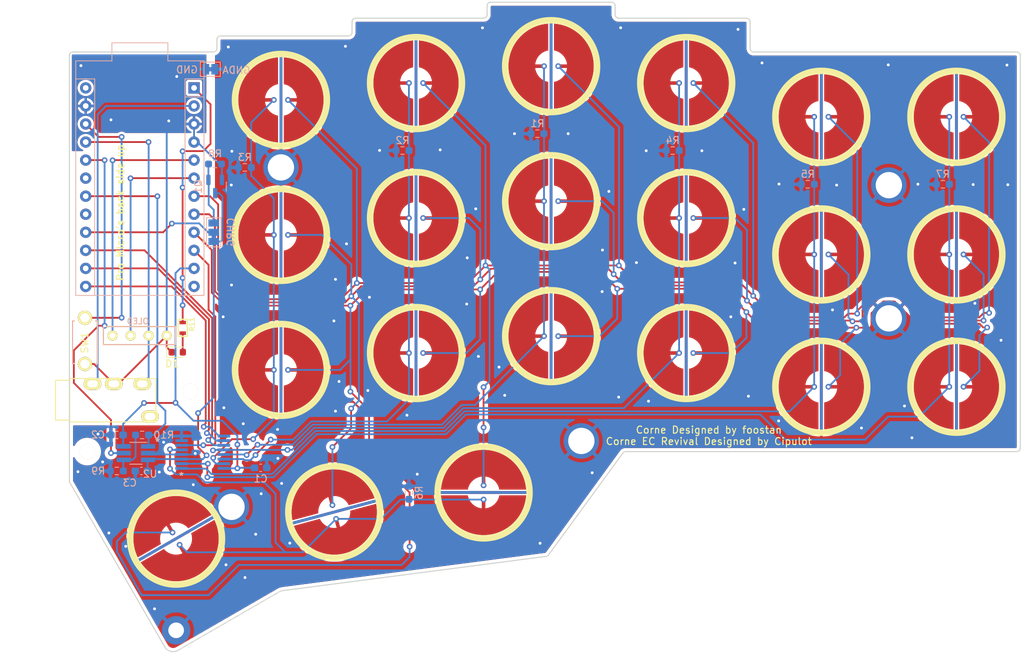
<source format=kicad_pcb>
(kicad_pcb (version 20211014) (generator pcbnew)
  (title_block (title "Corne EC Revival | Right Side") (date "2022-01-28") (rev "1.0") (comment 1 "Copyright © 2024 Cipulot") (comment 2 "CC-BY-NC-SA-4.0"))
  (layers (0 "F.Cu" signal) (31 "B.Cu" signal) (34 "B.Paste" user) (35 "F.Paste" user) (36 "B.SilkS" user "B.Silkscreen") (37 "F.SilkS" user "F.Silkscreen") (38 "B.Mask" user) (39 "F.Mask" user) (44 "Edge.Cuts" user))
  (net 0 "")
  (net 1 "GNDA")
  (net 2 "ROW0")
  (net 3 "COL0")
  (net 4 "ROW1")
  (net 5 "ROW2")
  (net 6 "COL1")
  (net 7 "COL2")
  (net 8 "COL4")
  (net 9 "COL5")
  (net 10 "COL6")
  (net 11 "+5V")
  (net 12 "Net-(C3-Pad1)")
  (net 13 "GND")
  (net 14 "Net-(D1-Pad2)")
  (net 15 "SDA")
  (net 16 "SCL")
  (net 17 "Net-(JP1-Pad3)")
  (net 18 "CHARGE_RST")
  (net 19 "Net-(R10-Pad1)")
  (net 20 "ADC")
  (net 21 "LED")
  (net 22 "RESET")
  (net 23 "OPAMP_SHDN")
  (net 24 "DATA")
  (net 25 "COL_EN")
  (net 26 "CSEL2")
  (net 27 "CSEL1")
  (net 28 "CSEL0")
  (net 33 "COL3")
  (net 34 "VCC")
  (footprint "cipulot_parts:ecs_pad_no_ring" (layer "F.Cu") (at 109.6264 108.6962)
    (fp_text reference "SW19")
    (fp_text value "EC_SW" hide)
  )
  (footprint "cipulot_parts:ecs_pad_no_ring" (layer "F.Cu") (at 109.6264 70.6962)
    (fp_text reference "SW17")
    (fp_text value "EC_SW" hide)
  )
  (footprint "cipulot_parts:ecs_pad_no_ring" (layer "F.Cu") (at 147.6264 103.9462)
    (fp_text reference "SW13")
    (fp_text value "EC_SW" hide)
  )
  (footprint "cipulot_parts:ecs_pad_no_ring" (layer "F.Cu") (at 166.6264 87.3212)
    (fp_text reference "SW9")
    (fp_text value "EC_SW" hide)
  )
  (footprint "cipulot_parts:ecs_pad_no_ring" (layer "F.Cu") (at 128.6264 68.3212)
    (fp_text reference "SW14")
    (fp_text value "EC_SW" hide)
  )
  (footprint "cipulot_parts:ecs_pad_no_ring" (layer "F.Cu") (at 147.6264 65.9462)
    (fp_text reference "SW11")
    (fp_text value "EC_SW" hide)
  )
  (footprint "cipulot_parts:TRRS-PJ-320A-no-Fmask" (layer "F.Cu") (at 79.9277 112.9634 90)
    (fp_text reference "J2")
    (fp_text value "MJ-4PP-9")
  )
  (footprint "cipulot_parts:SW_3.5x6.0_TH" (layer "F.Cu") (at 82.016459 104.839259 -90)
    (fp_text reference "SW1")
    (fp_text value "SW_Push")
  )
  (footprint "cipulot_parts:ecs_pad_no_ring" (layer "F.Cu") (at 117.1264 128.6962 105)
    (fp_text reference "SW21")
    (fp_text value "EC_SW" hide)
  )
  (footprint "cipulot_parts:ecs_pad_no_ring" (layer "F.Cu") (at 204.6264 92.44494)
    (fp_text reference "SW3")
    (fp_text value "EC_SW" hide)
  )
  (footprint "cipulot_parts:R_0603" (layer "F.Cu") (at 95.8078 102.778 -90)
    (fp_text reference "R11")
    (fp_text value "R" hide)
  )
  (footprint "cipulot_parts:ecs_pad_no_ring" (layer "F.Cu") (at 166.6264 106.3212)
    (fp_text reference "SW10")
    (fp_text value "EC_SW" hide)
  )
  (footprint "cipulot_parts:ecs_pad_no_ring" (layer "F.Cu") (at 204.6264 111.0712)
    (fp_text reference "SW4")
    (fp_text value "EC_SW" hide)
  )
  (footprint "cipulot_parts:ecs_pad_no_ring" (layer "F.Cu") (at 185.6264 73.0712)
    (fp_text reference "SW5")
    (fp_text value "EC_SW" hide)
  )
  (footprint "cipulot_parts:ecs_pad_no_ring" (layer "F.Cu") (at 185.6264 111.0712)
    (fp_text reference "SW7")
    (fp_text value "EC_SW" hide)
  )
  (footprint "cipulot_parts:ecs_pad_no_ring" (layer "F.Cu") (at 138.1264 125.9462 90)
    (fp_text reference "SW20")
    (fp_text value "EC_SW" hide)
  )
  (footprint "Diode_SMD:D_0603_1608Metric" (layer "F.Cu") (at 95.0458 106.207)
    (fp_text reference "D1")
    (fp_text value "LED" hide)
  )
  (footprint "cipulot_parts:ecs_pad_no_ring" (layer "F.Cu") (at 204.6264 73.0712)
    (fp_text reference "SW2")
    (fp_text value "EC_SW" hide)
  )
  (footprint "cipulot_parts:ecs_pad_no_ring" (layer "F.Cu") (at 94.8764 132.4462 120)
    (fp_text reference "SW22")
    (fp_text value "EC_SW" hide)
  )
  (footprint "cipulot_parts:ecs_pad_no_ring" (layer "F.Cu") (at 128.6264 106.3212)
    (fp_text reference "SW16")
    (fp_text value "EC_SW" hide)
  )
  (footprint "cipulot_parts:ecs_pad_no_ring" (layer "F.Cu") (at 185.6264 92.44494)
    (fp_text reference "SW6")
    (fp_text value "EC_SW" hide)
  )
  (footprint "cipulot_parts:ecs_pad_no_ring" (layer "F.Cu") (at 109.6264 89.6962)
    (fp_text reference "SW18")
    (fp_text value "EC_SW" hide)
  )
  (footprint "cipulot_parts:ecs_pad_no_ring" (layer "F.Cu") (at 128.6264 87.3212)
    (fp_text reference "SW15")
    (fp_text value "EC_SW" hide)
  )
  (footprint "cipulot_parts:ecs_pad_no_ring" (layer "F.Cu") (at 147.6264 84.9462)
    (fp_text reference "SW12")
    (fp_text value "EC_SW" hide)
  )
  (footprint "cipulot_parts:ecs_pad_no_ring" (layer "F.Cu") (at 166.6264 68.3212)
    (fp_text reference "SW8")
    (fp_text value "EC_SW" hide)
  )
  (footprint "cipulot_parts:OLED_Small" (layer "F.Cu") (at 89.712299 103.8702 180)
    (fp_text reference "J1" hide)
    (fp_text value "OLED" hide)
  )
  (footprint "Jumper:SolderJumper-2_P1.3mm_Bridged_Pad1.0x1.5mm" (layer "B.Cu") (at 99.694 66.3798 180)
    (fp_text reference "JP2" hide)
    (fp_text value "Jumper_NC_Small" hide)
  )
  (footprint "cipulot_parts:MountingHole_3.7mm_Pad_TopBottom" (layer "B.Cu") (at 151.8764 118.6962 180)
    (fp_text reference "REF**" hide)
    (fp_text value "MountingHole_3.7mm_Pad_TopBottom" hide)
  )
  (footprint "cipulot_parts:R_0603_1608Metric_Pad0.98x0.95mm_HandSolder" (layer "B.Cu") (at 126.725 77.8212 180)
    (fp_text reference "R2")
    (fp_text value "100k")
  )
  (footprint "Package_TO_SOT_SMD:TSOT-23-6_HandSoldering" (layer "B.Cu") (at 89.2292 120.4056 180)
    (fp_text reference "U2")
    (fp_text value "LTC6255" hide)
  )
  (footprint "cipulot_parts:MountingHole_3.7mm_Pad_TopBottom" (layer "B.Cu") (at 195.1264 82.6962 180)
    (fp_text reference "REF**" hide)
    (fp_text value "MountingHole_3.7mm_Pad_TopBottom" hide)
  )
  (footprint "Jumper:SolderJumper-3_P1.3mm_Bridged12_Pad1.0x1.5mm" (layer "B.Cu") (at 100.1766 89.32328 90)
    (fp_text reference "JP1" hide)
    (fp_text value "Jumper_3_Bridged12" hide)
  )
  (footprint "cipulot_parts:HOLE_M2" (layer "B.Cu") (at 82.3764 120.1962 180)
    (fp_text reference "H22" hide)
    (fp_text value "MountingHole" hide)
  )
  (footprint "cipulot_parts:MountingHole_3.7mm_Pad_TopBottom" (layer "B.Cu") (at 102.675 127.975 180)
    (fp_text reference "REF**" hide)
    (fp_text value "MountingHole_3.7mm_Pad_TopBottom" hide)
  )
  (footprint "cipulot_parts:R_0603_1608Metric_Pad0.98x0.95mm_HandSolder" (layer "B.Cu") (at 90.1 117.85)
    (fp_text reference "R10")
    (fp_text value "22k" hide)
  )
  (footprint "cipulot_parts:R_0603_1608Metric_Pad0.98x0.95mm_HandSolder" (layer "B.Cu") (at 202.725 82.5712 180)
    (fp_text reference "R7")
    (fp_text value "100k")
  )
  (footprint "cipulot_parts:R_0603_1608Metric_Pad0.98x0.95mm_HandSolder" (layer "B.Cu") (at 127.6264 125.9936 90)
    (fp_text reference "R6")
    (fp_text value "100k")
  )
  (footprint "cipulot_parts:C_0603_1608Metric_Pad1.08x0.95mm_HandSolder" (layer "B.Cu") (at 86.575 117.85 180)
    (fp_text reference "C2")
    (fp_text value "0.1u" hide)
  )
  (footprint "cipulot_parts:R_0603_1608Metric_Pad0.98x0.95mm_HandSolder" (layer "B.Cu") (at 145.7 75.4462 180)
    (fp_text reference "R1")
    (fp_text value "100k")
  )
  (footprint "cipulot_parts:R_0603_1608Metric_Pad0.98x0.95mm_HandSolder" (layer "B.Cu") (at 164.725 77.8212 180)
    (fp_text reference "R4")
    (fp_text value "100k")
  )
  (footprint "cipulot_parts:C_0603_1608Metric_Pad1.08x0.95mm_HandSolder" (layer "B.Cu") (at 90 122.925 180)
    (fp_text reference "C3")
    (fp_text value "220p" hide)
  )
  (footprint "cipulot_parts:C_0603_1608Metric_Pad1.08x0.95mm_HandSolder" (layer "B.Cu") (at 106.775 122.475 180)
    (fp_text reference "C1")
    (fp_text value "0.1u" hide)
  )
  (footprint "Package_TO_SOT_SMD:SOT-23" (layer "B.Cu") (at 100.3798 82.8898 -90)
    (fp_text reference "Q1")
    (fp_text value "Q_NMOS_GSD" hide)
  )
  (footprint "cipulot_parts:Sparkfun_Pro_Micro" (layer "B.Cu") (at 82.167299 96.947299)
    (fp_text reference "U3" hide)
    (fp_text value "ProMicro")
  )
  (footprint "cipulot_parts:R_0603_1608Metric_Pad0.98x0.95mm_HandSolder" (layer "B.Cu") (at 86.55 122.925)
    (fp_text reference "R9")
    (fp_text value "1k" hide)
  )
  (footprint "kbd:LEGO_HOLE" (layer "B.Cu") (at 94.8875 145.35 180)
    (fp_text reference "")
    (fp_text value "")
  )
  (footprint "cipulot_parts:MountingHole_3.7mm_Pad_TopBottom" (layer "B.Cu") (at 195.1264 101.4462 180)
    (fp_text reference "REF**" hide)
    (fp_text value "MountingHole_3.7mm_Pad_TopBottom" hide)
  )
  (footprint "cipulot_parts:MountingHole_3.7mm_Pad_TopBottom" (layer "B.Cu") (at 109.6264 80.1962 180)
    (fp_text reference "REF**" hide)
    (fp_text value "MountingHole_3.7mm_Pad_TopBottom" hide)
  )
  (footprint "cipulot_parts:TSSOP16" (layer "B.Cu") (at 98.6272 120.2786 90)
    (fp_text reference "U1")
    (fp_text value "74HC4051")
  )
  (footprint "" (layer "B.Cu") (at 96.8764 111.6962 180)
    (fp_text reference "")
    (fp_text value "")
  )
  (footprint "cipulot_parts:R_0603_1608Metric_Pad0.98x0.95mm_HandSolder" (layer "B.Cu") (at 104.55 80.2 180)
    (fp_text reference "R3")
    (fp_text value "100k")
  )
  (footprint "cipulot_parts:R_0603_1608Metric_Pad0.98x0.95mm_HandSolder" (layer "B.Cu") (at 183.725 82.5712 180)
    (fp_text reference "R5")
    (fp_text value "100k")
  )
  (footprint "cipulot_parts:R_0603_1608Metric_Pad0.98x0.95mm_HandSolder" (layer "B.Cu") (at 100.3544 79.7148)
    (fp_text reference "R8")
    (fp_text value "100k" hide)
  )
  (gr_line (start 156.1264 56.9462) (end 139.1264 56.9462) (layer "Edge.Cuts") (width 0.15))
  (gr_arc (start 157.758949 120.346455) (mid 157.92116 120.238068) (end 158.112502 120.200008) (layer "Edge.Cuts") (width 0.15))
  (gr_line (start 156.6264 58.6962) (end 156.6264 57.4462) (layer "Edge.Cuts") (width 0.15))
  (gr_arc (start 138.6264 58.6962) (mid 138.479953 59.049753) (end 138.1264 59.1962) (layer "Edge.Cuts") (width 0.15))
  (gr_arc (start 79.8764 64.4462) (mid 80.022847 64.092647) (end 80.3764 63.9462) (layer "Edge.Cuts") (width 0.15))
  (gr_line (start 175.612502 63.450008) (end 175.612502 59.700008) (layer "Edge.Cuts") (width 0.15))
  (gr_arc (start 213.612502 119.700008) (mid 213.466055 120.053561) (end 213.112502 120.200008) (layer "Edge.Cuts") (width 0.15))
  (gr_line (start 213.112502 120.200008) (end 158.112502 120.200008) (layer "Edge.Cuts") (width 0.15))
  (gr_arc (start 109.537502 139.850008) (mid 109.86155 139.769157) (end 110.191946 139.720352) (layer "Edge.Cuts") (width 0.15))
  (gr_arc (start 157.1264 59.1962) (mid 156.772847 59.049753) (end 156.6264 58.6962) (layer "Edge.Cuts") (width 0.15))
  (gr_arc (start 156.1264 56.9462) (mid 156.479953 57.092647) (end 156.6264 57.4462) (layer "Edge.Cuts") (width 0.15))
  (gr_arc (start 175.112502 59.200008) (mid 175.466055 59.346455) (end 175.612502 59.700008) (layer "Edge.Cuts") (width 0.15))
  (gr_line (start 138.6264 57.4462) (end 138.6264 58.6962) (layer "Edge.Cuts") (width 0.15))
  (gr_line (start 79.8764 124.4462) (end 79.8764 64.4462) (layer "Edge.Cuts") (width 0.15))
  (gr_line (start 100.6264 63.4462) (end 100.6264 62.1962) (layer "Edge.Cuts") (width 0.15))
  (gr_arc (start 119.6264 59.6962) (mid 119.772847 59.342647) (end 120.1264 59.1962) (layer "Edge.Cuts") (width 0.15))
  (gr_line (start 95.243251 148.110964) (end 109.537502 139.850008) (layer "Edge.Cuts") (width 0.15))
  (gr_arc (start 100.6264 63.4462) (mid 100.479953 63.799753) (end 100.1264 63.9462) (layer "Edge.Cuts") (width 0.15))
  (gr_line (start 110.191946 139.720352) (end 146.862502 134.950008) (layer "Edge.Cuts") (width 0.15))
  (gr_arc (start 213.112502 63.950008) (mid 213.466055 64.096455) (end 213.612502 64.450008) (layer "Edge.Cuts") (width 0.15))
  (gr_arc (start 176.112502 63.950008) (mid 175.758949 63.803561) (end 175.612502 63.450008) (layer "Edge.Cuts") (width 0.15))
  (gr_line (start 175.112502 59.200008) (end 157.1264 59.1962) (layer "Edge.Cuts") (width 0.15))
  (gr_arc (start 95.243251 148.110964) (mid 94.200433 148.321625) (end 93.315239 147.731473) (layer "Edge.Cuts") (width 0.15))
  (gr_line (start 213.112502 63.950008) (end 176.112502 63.950008) (layer "Edge.Cuts") (width 0.15))
  (gr_arc (start 100.6264 62.1962) (mid 100.772847 61.842647) (end 101.1264 61.6962) (layer "Edge.Cuts") (width 0.15))
  (gr_arc (start 138.6264 57.4462) (mid 138.772847 57.092647) (end 139.1264 56.9462) (layer "Edge.Cuts") (width 0.15))
  (gr_line (start 138.1264 59.1962) (end 120.1264 59.1962) (layer "Edge.Cuts") (width 0.15))
  (gr_arc (start 147.216055 134.803561) (mid 147.053844 134.911948) (end 146.862502 134.950008) (layer "Edge.Cuts") (width 0.15))
  (gr_line (start 119.1264 61.6962) (end 101.1264 61.6962) (layer "Edge.Cuts") (width 0.15))
  (gr_line (start 147.216055 134.803561) (end 157.758949 120.346455) (layer "Edge.Cuts") (width 0.15))
  (gr_line (start 100.1264 63.9462) (end 80.3764 63.9462) (layer "Edge.Cuts") (width 0.15))
  (gr_line (start 119.6264 59.6962) (end 119.6264 61.1962) (layer "Edge.Cuts") (width 0.15))
  (gr_line (start 79.8764 124.4462) (end 93.315239 147.731473) (layer "Edge.Cuts") (width 0.15))
  (gr_line (start 213.612502 119.700008) (end 213.612502 64.450008) (layer "Edge.Cuts") (width 0.15))
  (gr_arc (start 119.6264 61.1962) (mid 119.479953 61.549753) (end 119.1264 61.6962) (layer "Edge.Cuts") (width 0.15))
  (gr_text "GND" (at 96.4125 66.45048) (layer "B.SilkS") (effects (font (size 1 1)) (justify mirror)))
  (gr_text "*" (at 95.625 123.65) (layer "B.SilkS") (effects (font (size 1 1)) (justify mirror)))
  (gr_text "CHRG" (at 102.5875 89.30048 90) (layer "B.SilkS") (effects (font (size 1 1)) (justify mirror)))
  (gr_text "OLED" (at 89.50326 101.85512) (layer "B.SilkS") (effects (font (size 0.8128 0.8128)) (justify mirror)))
  (gr_text "GNDA" (at 103.3625 66.50048) (layer "B.SilkS") (effects (font (size 1 1)) (justify mirror)))
  (gr_text "*" (at 92.275 118.875) (layer "B.SilkS") (effects (font (size 1 1)) (justify mirror)))
  (gr_text "Corne Designed by foostan\nCorne EC Revival Designed by Cipulot" (at 169.8125 117.95048) (layer "F.SilkS") (effects (font (size 1 1))))
  (gr_text "Pro Micro's back side up" (at 87.05 86.575 90) (layer "F.SilkS") (effects (font (size 1 1) (thickness 0.2))))
  (segment (start 118.125 113.2) (end 119.8 113.2) (width 0.25) (layer "F.Cu") (net 1))
  (segment (start 120.85 114.25) (end 120.85 118.875) (width 0.25) (layer "F.Cu") (net 1))
  (segment (start 119.8 113.2) (end 120.85 114.25) (width 0.25) (layer "F.Cu") (net 1))
  (via (at 150.025 75.45) (size 0.8) (drill 0.4) (layers "F.Cu" "B.Cu") (net 1))
  (via (at 154.85 91.825) (size 0.8) (drill 0.4) (layers "F.Cu" "B.Cu") (net 1))
  (via (at 128.8 123.375) (size 0.8) (drill 0.4) (layers "F.Cu" "B.Cu") (net 1))
  (via (at 161 77.85) (size 0.8) (drill 0.4) (layers "F.Cu" "B.Cu") (net 1))
  (via (at 161.325 113.1) (size 0.8) (drill 0.4) (layers "F.Cu" "B.Cu") (net 1))
  (via (at 102.725 77.925) (size 0.8) (drill 0.4) (layers "F.Cu" "B.Cu") (net 1))
  (via (at 85.425 131.65) (size 0.8) (drill 0.4) (layers "F.Cu" "B.Cu") (net 1))
  (via (at 187.7812 82.6866) (size 0.8) (drill 0.4) (layers "F.Cu" "B.Cu") (net 1))
  (via (at 109.2 121.15) (size 0.8) (drill 0.4) (layers "F.Cu" "B.Cu") (net 1))
  (via (at 121.85 111.6) (size 0.8) (drill 0.4) (layers "F.Cu" "B.Cu") (net 1))
  (via (at 109.725 124.675) (size 0.8) (drill 0.4) (layers "F.Cu" "B.Cu") (net 1))
  (via (at 101.9 136.125) (size 0.8) (drill 0.4) (layers "F.Cu" "B.Cu") (net 1))
  (via (at 132.025 77.725) (size 0.8) (drill 0.4) (layers "F.Cu" "B.Cu") (net 1))
  (via (at 135.75 99.425) (size 0.8) (drill 0.4) (layers "F.Cu" "B.Cu") (net 1))
  (via (at 210.9 104.525) (size 0.8) (drill 0.4) (layers "F.Cu" "B.Cu") (net 1))
  (via (at 84.55 121.65) (size 0.8) (drill 0.4) (layers "F.Cu" "B.Cu") (net 1))
  (via (at 146.075 133.1) (size 0.8) (drill 0.4) (layers "F.Cu" "B.Cu") (net 1))
  (via (at 187.2 100.25) (size 0.8) (drill 0.4) (layers "F.Cu" "B.Cu") (net 1))
  (via (at 97.3 124.85) (size 0.8) (drill 0.4) (layers "F.Cu" "B.Cu") (net 1))
  (via (at 83.9 117.725) (size 0.8) (drill 0.4) (layers "F.Cu" "B.Cu") (net 1))
  (via (at 104.325 116.275) (size 0.8) (drill 0.4) (layers "F.Cu" "B.Cu") (net 1))
  (via (at 198.375 118.25) (size 0.8) (drill 0.4) (layers "F.Cu" "B.Cu") (net 1))
  (via (at 195.0456 65.7702) (size 0.8) (drill 0.4) (layers "F.Cu" "B.Cu") (net 1))
  (via (at 137.975 60.55) (size 0.8) (drill 0.4) (layers "F.Cu" "B.Cu") (net 1))
  (via (at 211.8604 82.6358) (size 0.8) (drill 0.4) (layers "F.Cu" "B.Cu") (net 1))
  (via (at 207.225 99.325) (size 0.8) (drill 0.4) (layers "F.Cu" "B.Cu") (net 1))
  (via (at 127.35 115.075) (size 0.8) (drill 0.4) (layers "F.Cu" "B.Cu") (net 1))
  (via (at 118.85 90.95) (size 0.8) (drill 0.4) (layers "F.Cu" "B.Cu") (net 1))
  (via (at 159.625 93.6) (size 0.8) (drill 0.4) (layers "F.Cu" "B.Cu") (net 1))
  (via (at 173.5 93.65) (size 0.8) (drill 0.4) (layers "F.Cu" "B.Cu") (net 1))
  (via (at 117.8 110.325) (size 0.8) (drill 0.4) (layers "F.Cu" "B.Cu") (net 1))
  (via (at 117.3 114.5) (size 0.8) (drill 0.4) (layers "F.Cu" "B.Cu") (net 1))
  (via (at 173.9128 60.7664) (size 0.8) (drill 0.4) (layers "F.Cu" "B.Cu") (net 1))
  (via (at 172.9 101.225) (size 0.8) (drill 0.4) (layers "F.Cu" "B.Cu") (net 1))
  (via (at 154.8 97.675) (size 0.8) (drill 0.4) (layers "F.Cu" "B.Cu") (net 1))
  (via (at 81.075 123.025) (size 0.8) (drill 0.4) (layers "F.Cu" "B.Cu") (net 1))
  (via (at 106.075 131.825) (size 0.8) (drill 0.4) (layers "F.Cu" "B.Cu") (net 1))
  (via (at 87.8 133.525) (size 0.8) (drill 0.4) (layers "F.Cu" "B.Cu") (net 1))
  (via (at 118.7 63.15) (size 0.8) (drill 0.4) (layers "F.Cu" "B.Cu") (net 1))
  (via (at 153.4 123.175) (size 0.8) (drill 0.4) (layers "F.Cu" "B.Cu") (net 1))
  (via (at 177.291 65.4908) (size 0.8) (drill 0.4) (layers "F.Cu" "B.Cu") (net 1))
  (via (at 137.4 106.8) (size 0.8) (drill 0.4) (layers "F.Cu" "B.Cu") (net 1))
  (via (at 117.3 95.95) (size 0.8) (drill 0.4) (layers "F.Cu" "B.Cu") (net 1))
  (via (at 122.075 98.475) (size 0.8) (drill 0.4) (layers "F.Cu" "B.Cu") (net 1))
  (via (at 199.2112 82.5596) (size 0.8) (drill 0.4) (layers "F.Cu" "B.Cu") (net 1))
  (via (at 135.825 92.925) (size 0.8) (drill 0.4) (layers "F.Cu" "B.Cu") (net 1))
  (via (at 102.225 63.25) (size 0.8) (drill 0.4) (layers "F.Cu" "B.Cu") (net 1))
  (via (at 102.65 82.675) (size 0.8) (drill 0.4) (layers "F.Cu" "B.Cu") (net 1))
  (via (at 155.75 83.575) (size 0.8) (drill 0.4) (layers "F.Cu" "B.Cu") (net 1))
  (via (at 168.825 77.85) (size 0.8) (drill 0.4) (layers "F.Cu" "B.Cu") (net 1))
  (via (at 140.3 108.3) (size 0.8) (drill 0.4) (layers "F.Cu" "B.Cu") (net 1))
  (via (at 179.625 115.875) (size 0.8) (drill 0.4) (layers "F.Cu" "B.Cu") (net 1))
  (via (at 206.9836 82.6104) (size 0.8) (drill 0.4) (layers "F.Cu" "B.Cu") (net 1))
  (via (at 92.525 123.075) (size 0.8) (drill 0.4) (layers "F.Cu" "B.Cu") (net 1))
  (via (at 211.7334 65.7956) (size 0.8) (drill 0.4) (layers "F.Cu" "B.Cu") (net 1))
  (via (at 197.325 113.775) (size 0.8) (drill 0.4) (layers "F.Cu" "B.Cu") (net 1))
  (via (at 97.575 120.45) (size 0.8) (drill 0.4) (layers "F.Cu" "B.Cu") (net 1))
  (via (at 123.5 77.8) (size 0.8) (drill 0.4) (layers "F.Cu" "B.Cu") (net 1))
  (via (at 137.025 86.025) (size 0.8) (drill 0.4) (layers "F.Cu" "B.Cu") (net 1))
  (via (at 102.675 96.75) (size 0.8) (drill 0.4) (layers "F.Cu" "B.Cu") (net 1))
  (via (at 93.125 118.875) (size 0.8) (drill 0.4) (layers "F.Cu" "B.Cu") (net 1))
  (via (at 101.6 114.025) (size 0.8) (drill 0.4) (layers "F.Cu" "B.Cu") (net 1))
  (via (at 141.1 112.275) (size 0.8) (drill 0.4) (layers "F.Cu" "B.Cu") (net 1))
  (via (at 174.725 86.1) (size 0.8) (drill 0.4) (layers "F.Cu" "B.Cu") (net 1))
  (via (at 117.075 101.8) (size 0.8) (drill 0.4) (layers "F.Cu" "B.Cu") (net 1))
  (via (at 179.6786 82.5342) (size 0.8) (drill 0.4) (layers "F.Cu" "B.Cu") (net 1))
  (via (at 106.85 126.125) (size 0.8) (drill 0.4) (layers "F.Cu" "B.Cu") (net 1))
  (via (at 104.575 137.925) (size 0.8) (drill 0.4) (layers "F.Cu" "B.Cu") (net 1))
  (via (at 191.275 116.875) (size 0.8) (drill 0.4) (layers "F.Cu" "B.Cu") (net 1))
  (via (at 157.4028 60.5378) (size 0.8) (drill 0.4) (layers "F.Cu" "B.Cu") (net 1))
  (via (at 109.15 117.075) (size 0.8) (drill 0.4) (layers "F.Cu" "B.Cu") (net 1))
  (via (at 110.875 133.075) (size 0.8) (drill 0.4) (layers "F.Cu" "B.Cu") (net 1))
  (via (at 157.125 112.525) (size 0.8) (drill 0.4) (layers "F.Cu" "B.Cu") (net 1))
  (via (at 142.475 75.45) (size 0.8) (drill 0.4) (layers "F.Cu" "B.Cu") (net 1))
  (via (at 101.5 101.225) (size 0.8) (drill 0.4) (layers "F.Cu" "B.Cu") (net 1))
  (via (at 91.85 142.325) (size 0.8) (drill 0.4) (layers "F.Cu" "B.Cu") (net 1))
  (via (at 175.375 112.4) (size 0.8) (drill 0.4) (layers "F.Cu" "B.Cu") (net 1))
  (segment (start 204.625 118.475) (end 204.625 65.5) (width 0.25) (layer "B.Cu") (net 1))
  (segment (start 91.13478 120.60118) (end 90.9392 120.4056) (width 0.25) (layer "B.Cu") (net 1))
  (segment (start 93.125 118.875) (end 93.125 119.375) (width 0.25) (layer "B.Cu") (net 1))
  (segment (start 109.625 115.525) (end 109.625 63.3) (width 0.25) (layer "B.Cu") (net 1))
  (segment (start 89.1 135.775) (end 101.525 128.6) (width 0.25) (layer "B.Cu") (net 1))
  (segment (start 95.65286 118.0053) (end 95.65286 118.65554) (width 0.25) (layer "B.Cu") (net 1))
  (segment (start 147.625 110.65) (end 147.625 58.475) (width 0.25) (layer "B.Cu") (net 1))
  (segment (start 92.0944 120.4056) (end 90.9392 120.4056) (width 0.25) (layer "B.Cu") (net 1))
  (segment (start 95.65286 120.60118) (end 97.42382 120.60118) (width 0.25) (layer "B.Cu") (net 1))
  (segment (start 93.125 119.375) (end 92.0944 120.4056) (width 0.25) (layer "B.Cu") (net 1))
  (segment (start 166.625 113.125) (end 166.625 60.925) (width 0.25) (layer "B.Cu") (net 1))
  (segment (start 95.70404 120.55) (end 95.65286 120.60118) (width 0.25) (layer "B.Cu") (net 1))
  (segment (start 110 130.6) (end 124.325 126.775) (width 0.25) (layer "B.Cu") (net 1))
  (segment (start 97.42382 120.60118) (end 97.575 120.45) (width 0.25) (layer "B.Cu") (net 1))
  (segment (start 95.65286 120.60118) (end 91.13478 120.60118) (width 0.25) (layer "B.Cu") (net 1))
  (segment (start 145.575 125.95) (end 130.9 125.95) (width 0.25) (layer "B.Cu") (net 1))
  (segment (start 185.625 117.75) (end 185.625 65.6) (width 0.25) (layer "B.Cu") (net 1))
  (segment (start 128.625 113.125) (end 128.625 60.9) (width 0.25) (layer "B.Cu") (net 1))
  (segment (start 190.19142 73.0712) (end 186.6264 73.0712) (width 0.25) (layer "F.Cu") (net 2))
  (segment (start 205.6264 73.0712) (end 207.66142 73.0712) (width 0.25) (layer "F.Cu") (net 2))
  (segment (start 189.400386 100.775) (end 188.874426 101.30096) (width 0.25) (layer "F.Cu") (net 2))
  (segment (start 193.703565 97.35) (end 190.675 100.378565) (width 0.25) (layer "F.Cu") (net 2))
  (segment (start 174.15096 96.37596) (end 176.05 98.275) (width 0.25) (layer "F.Cu") (net 2))
  (segment (start 100.798203 97.450123) (end 102.09904 98.75096) (width 0.25) (layer "F.Cu") (net 2))
  (segment (start 110.6264 70.6962) (end 112.75186 70.6962) (width 0.25) (layer "F.Cu") (net 2))
  (segment (start 120.3 96.475) (end 120.30048 96.47548) (width 0.25) (layer "F.Cu") (net 2))
  (segment (start 188.874426 101.30096) (end 179.07596 101.30096) (width 0.25) (layer "F.Cu") (net 2))
  (segment (start 208.475 100.675) (end 207.84952 101.30048) (width 0.25) (layer "F.Cu") (net 2))
  (segment (start 120.30048 96.47548) (end 135.92452 96.47548) (width 0.25) (layer "F.Cu") (net 2))
  (segment (start 207.84952 101.30048) (end 200.52548 101.30048) (width 0.25) (layer "F.Cu") (net 2))
  (segment (start 120.3 96.475) (end 118.02404 98.75096) (width 0.25) (layer "F.Cu") (net 2))
  (segment (start 138.39904 94.00096) (end 157.15096 94.00096) (width 0.25) (layer "F.Cu") (net 2))
  (segment (start 157.15096 94.00096) (end 159.52596 96.37596) (width 0.25) (layer "F.Cu") (net 2))
  (segment (start 190.675 100.378565) (end 190.675 100.775) (width 0.25) (layer "F.Cu") (net 2))
  (segment (start 148.6264 65.9462) (end 151.13642 65.9462) (width 0.25) (layer "F.Cu") (net 2))
  (segment (start 135.92452 96.47548) (end 138.39904 94.00096) (width 0.25) (layer "F.Cu") (net 2))
  (segment (start 167.6264 68.3212) (end 170.29142 68.3212) (width 0.25) (layer "F.Cu") (net 2))
  (segment (start 138.125 116.8) (end 138.125 111.125) (width 0.25) (layer "F.Cu") (net 2))
  (segment (start 129.6264 68.3212) (end 131.64686 68.3212) (width 0.25) (layer "F.Cu") (net 2))
  (segment (start 97.407299 84.247299) (end 99.647299 84.247299) (width 0.25) (layer "F.Cu") (net 2))
  (segment (start 179.07596 101.30096) (end 176.05 98.275) (width 0.25) (layer "F.Cu") (net 2))
  (segment (start 159.52596 96.37596) (end 174.15096 96.37596) (width 0.25) (layer "F.Cu") (net 2))
  (segment (start 190.675 100.775) (end 189.400386 100.775) (width 0.25) (layer "F.Cu") (net 2))
  (segment (start 200.52548 101.30048) (end 196.575 97.35) (width 0.25) (layer "F.Cu") (net 2))
  (segment (start 99.647299 84.247299) (end 100.798203 85.398203) (width 0.25) (layer "F.Cu") (net 2))
  (segment (start 209.225 100.675) (end 208.475 100.675) (width 0.25) (layer "F.Cu") (net 2))
  (segment (start 118.02404 98.75096) (end 102.09904 98.75096) (width 0.25) (layer "F.Cu") (net 2))
  (segment (start 100.798203 85.398203) (end 100.798203 97.450123) (width 0.25) (layer "F.Cu") (net 2))
  (segment (start 138.1264 124.9462) (end 138.1264 122.57074) (width 0.25) (layer "F.Cu") (net 2))
  (segment (start 196.575 97.35) (end 193.703565 97.35) (width 0.25) (layer "F.Cu") (net 2))
  (via (at 138.125 111.125) (size 0.8) (drill 0.4) (layers "F.Cu" "B.Cu") (net 2))
  (via (at 138.125 116.8) (size 0.8) (drill 0.4) (layers "F.Cu" "B.Cu") (net 2))
  (via (at 209.225 100.675) (size 0.8) (drill 0.4) (layers "F.Cu" "B.Cu") (net 2))
  (via (at 110.6264 70.6962) (size 0.8) (drill 0.4) (layers "F.Cu" "B.Cu") (net 2))
  (via (at 190.675 100.775) (size 0.8) (drill 0.4) (layers "F.Cu" "B.Cu") (net 2))
  (via (at 186.6264 73.0712) (size 0.8) (drill 0.4) (layers "F.Cu" "B.Cu") (net 2))
  (via (at 148.6264 65.9462) (size 0.8) (drill 0.4) (layers "F.Cu" "B.Cu") (net 2))
  (via (at 176.05 98.275) (size 0.8) (drill 0.4) (layers "F.Cu" "B.Cu") (net 2))
  (via (at 129.6264 68.3212) (size 0.8) (drill 0.4) (layers "F.Cu" "B.Cu") (net 2))
  (via (at 167.6264 68.3212) (size 0.8) (drill 0.4) (layers "F.Cu" "B.Cu") (net 2))
  (via (at 138.1264 124.9462) (size 0.8) (drill 0.4) (layers "F.Cu" "B.Cu") (net 2))
  (via (at 157.15096 94.00096) (size 0.8) (drill 0.4) (layers "F.Cu" "B.Cu") (net 2))
  (via (at 138.39904 94.00096) (size 0.8) (drill 0.4) (layers "F.Cu" "B.Cu") (net 2))
  (via (at 120.3 96.475) (size 0.8) (drill 0.4) (layers "F.Cu" "B.Cu") (net 2))
  (via (at 205.6264 73.0712) (size 0.8) (drill 0.4) (layers "F.Cu" "B.Cu") (net 2))
  (segment (start 190.675 78.375) (end 190.675 100.35) (width 0.25) (layer "B.Cu") (net 2))
  (segment (start 186.6264 73.0764) (end 189.55 76) (width 0.25) (layer "B.Cu") (net 2))
  (segment (start 138.125 116.8) (end 138.1264 116.8014) (width 0.25) (layer "B.Cu") (net 2))
  (segment (start 110.6264 70.7014) (end 110.6264 70.6962) (width 0.25) (layer "B.Cu") (net 2))
  (segment (start 186.6264 73.0712) (end 186.6264 73.0764) (width 0.25) (layer "B.Cu") (net 2))
  (segment (start 189.55 76) (end 190.675 77.125) (width 0.25) (layer "B.Cu") (net 2))
  (segment (start 209.2188 100.6688) (end 209.2188 76.6636) (width 0.25) (layer "B.Cu") (net 2))
  (segment (start 120.3 96.475) (end 120.3 80.375) (width 0.25) (layer "B.Cu") (net 2))
  (segment (start 190.675 100.35) (end 190.675 100.775) (width 0.25) (layer "B.Cu") (net 2))
  (segment (start 174.1625 74.8625) (end 174.4 75.1) (width 0.25) (layer "B.Cu") (net 2))
  (segment (start 157.175 93.97692) (end 157.175 74.4948) (width 0.25) (layer "B.Cu") (net 2))
  (segment (start 167.6264 68.3264) (end 174.1625 74.8625) (width 0.25) (layer "B.Cu") (net 2))
  (segment (start 138.975 110.275) (end 138.125 111.125) (width 0.25) (layer "B.Cu") (net 2))
  (segment (start 209.2188 76.6636) (end 205.6264 73.0712) (width 0.25) (layer "B.Cu") (net 2))
  (segment (start 209.225 100.675) (end 209.2188 100.6688) (width 0.25) (layer "B.Cu") (net 2))
  (segment (start 138.1264 116.8014) (end 138.1264 124.9462) (width 0.25) (layer "B.Cu") (net 2))
  (segment (start 176.05 76.75) (end 176.05 98.275) (width 0.25) (layer "B.Cu") (net 2))
  (segment (start 174.1625 74.8625) (end 176.05 76.75) (width 0.25) (layer "B.Cu") (net 2))
  (segment (start 157.15096 94.00096) (end 157.175 93.97692) (width 0.25) (layer "B.Cu") (net 2))
  (segment (start 190.675 77.125) (end 190.675 78.375) (width 0.25) (layer "B.Cu") (net 2))
  (segment (start 138.975 94.57692) (end 138.975 110.275) (width 0.25) (layer "B.Cu") (net 2))
  (segment (start 129.6264 68.3212) (end 129.6264 68.3264) (width 0.25) (layer "B.Cu") (net 2))
  (segment (start 138.39904 94.00096) (end 138.975 94.57692) (width 0.25) (layer "B.Cu") (net 2))
  (segment (start 148.6264 65.9462) (end 157.175 74.4948) (width 0.25) (layer "B.Cu") (net 2))
  (segment (start 167.6264 68.3212) (end 167.6264 68.3264) (width 0.25) (layer "B.Cu") (net 2))
  (segment (start 120.3 80.375) (end 110.6264 70.7014) (width 0.25) (layer "B.Cu") (net 2))
  (segment (start 138.4 94) (end 138.39904 94.00096) (width 0.25) (layer "B.Cu") (net 2))
  (segment (start 129.6264 68.3264) (end 138.4 77.1) (width 0.25) (layer "B.Cu") (net 2))
  (segment (start 138.4 77.1) (end 138.4 94) (width 0.25) (layer "B.Cu") (net 2))
  (segment (start 99.275 121.975) (end 99.275 123.80002) (width 0.25) (layer "F.Cu") (net 3))
  (segment (start 203.6264 92.44494) (end 201.5106 92.44494) (width 0.25) (layer "F.Cu") (net 3))
  (segment (start 99.35 121.9) (end 99.275 121.975) (width 0.25) (layer "F.Cu") (net 3))
  (segment (start 203.6264 73.0712) (end 201.12686 73.0712) (width 0.25) (layer "F.Cu") (net 3))
  (segment (start 203.6264 111.0712) (end 201.00142 111.0712) (width 0.25) (layer "F.Cu") (net 3))
  (via (at 99.275 123.80002) (size 0.8) (drill 0.4) (layers "F.Cu" "B.Cu") (net 3))
  (via (at 99.35 121.9) (size 0.8) (drill 0.4) (layers "F.Cu" "B.Cu") (net 3))
  (via (at 203.6264 111.0712) (size 0.8) (drill 0.4) (layers "F.Cu" "B.Cu") (net 3))
  (via (at 203.6264 92.44494) (size 0.8) (drill 0.4) (layers "F.Cu" "B.Cu") (net 3))
  (via (at 203.6264 73.0712) (size 0.8) (drill 0.4) (layers "F.Cu" "B.Cu") (net 3))
  (segment (start 135.624999 114.975) (end 177.05 114.975) (width 0.25) (layer "B.Cu") (net 3))
  (segment (start 203.6264 73.0712) (end 203.6264 111.0712) (width 0.25) (layer "B.Cu") (net 3))
  (segment (start 97.350114 121.90166) (end 99.34834 121.90166) (width 0.25) (layer "B.Cu") (net 3))
  (segment (start 203.6264 111.0736) (end 203.6264 111.0712) (width 0.25) (layer "B.Cu") (net 3))
  (segment (start 99.34834 121.90166) (end 99.35 121.9) (width 0.25) (layer "B.Cu") (net 3))
  (segment (start 191.8 118.5) (end 195.025 115.275) (width 0.25) (layer "B.Cu") (net 3))
  (segment (start 177.05 114.975) (end 180.575 118.5) (width 0.25) (layer "B.Cu") (net 3))
  (segment (start 199.425 115.275) (end 203.6264 111.0736) (width 0.25) (layer "B.Cu") (net 3))
  (segment (start 195.025 115.275) (end 199.425 115.275) (width 0.25) (layer "B.Cu") (net 3))
  (segment (start 95.65286 121.90166) (end 97.350114 121.90166) (width 0.25) (layer "B.Cu") (net 3))
  (segment (start 108.59998 123.80002) (end 114.65 117.75) (width 0.25) (layer "B.Cu") (net 3))
  (segment (start 99.275 123.80002) (end 108.59998 123.80002) (width 0.25) (layer "B.Cu") (net 3))
  (segment (start 132.849999 117.75) (end 135.624999 114.975) (width 0.25) (layer "B.Cu") (net 3))
  (segment (start 180.575 118.5) (end 191.8 118.5) (width 0.25) (layer "B.Cu") (net 3))
  (segment (start 114.65 117.75) (end 132.849999 117.75) (width 0.25) (layer "B.Cu") (net 3))
  (segment (start 119.5 114.125) (end 119.5 116.919424) (width 0.25) (layer "F.Cu") (net 4))
  (segment (start 193.889762 97.79952) (end 196.388802 97.79952) (width 0.25) (layer "F.Cu") (net 4))
  (segment (start 101.912842 99.20048) (end 102.27452 99.20048) (width 0.25) (layer "F.Cu") (net 4))
  (segment (start 156.425 95.225) (end 158.02548 96.82548) (width 0.25) (layer "F.Cu") (net 4))
  (segment (start 97.407299 86.787299) (end 99.537299 86.787299) (width 0.25) (layer "F.Cu") (net 4))
  (segment (start 186.6264 92.44494) (end 189.3406 92.44494) (width 0.25) (layer "F.Cu") (net 4))
  (segment (start 190.007587 101.862813) (end 189.895254 101.75048) (width 0.25) (layer "F.Cu") (net 4))
  (segment (start 173.050479 96.82548) (end 175.175 98.95) (width 0.25) (layer "F.Cu") (net 4))
  (segment (start 99.537299 86.787299) (end 100.348683 87.598683) (width 0.25) (layer "F.Cu") (net 4))
  (segment (start 136.7 96.925) (end 137.6625 95.9625) (width 0.25) (layer "F.Cu") (net 4))
  (segment (start 190.007587 101.862813) (end 191.112187 101.862813) (width 0.25) (layer "F.Cu") (net 4))
  (segment (start 100.348683 97.636321) (end 101.912842 99.20048) (width 0.25) (layer "F.Cu") (net 4))
  (segment (start 139.17452 94.45048) (end 155.65048 94.45048) (width 0.25) (layer "F.Cu") (net 4))
  (segment (start 191.425 100.264282) (end 193.889762 97.79952) (width 0.25) (layer "F.Cu") (net 4))
  (segment (start 119.525 98.325) (end 120.925 96.925) (width 0.25) (layer "F.Cu") (net 4))
  (segment (start 129.6264 87.3212) (end 132.62142 87.3212) (width 0.25) (layer "F.Cu") (net 4))
  (segment (start 118.64952 99.20048) (end 119.525 98.325) (width 0.25) (layer "F.Cu") (net 4))
  (segment (start 177.97548 101.75048) (end 175.175 98.95) (width 0.25) (layer "F.Cu") (net 4))
  (segment (start 191.425 101.55) (end 191.425 100.264282) (width 0.25) (layer "F.Cu") (net 4))
  (segment (start 196.388802 97.79952) (end 200.339282 101.75) (width 0.25) (layer "F.Cu") (net 4))
  (segment (start 137.6625 95.9625) (end 139.17452 94.45048) (width 0.25) (layer "F.Cu") (net 4))
  (segment (start 200.339282 101.75) (end 208.45 101.75) (width 0.25) (layer "F.Cu") (net 4))
  (segment (start 167.6264 87.3212) (end 170.11686 87.3212) (width 0.25) (layer "F.Cu") (net 4))
  (segment (start 158.02548 96.82548) (end 173.050479 96.82548) (width 0.25) (layer "F.Cu") (net 4))
  (segment (start 205.6264 92.44494) (end 207.54768 92.44494) (width 0.25) (layer "F.Cu") (net 4))
  (segment (start 100.348683 87.598683) (end 100.348683 97.636321) (width 0.25) (layer "F.Cu") (net 4))
  (segment (start 116.867581 127.730274) (end 116.867581 127.421921) (width 0.25) (layer "F.Cu") (net 4))
  (segment (start 110.6264 89.6962) (end 112.47186 89.6962) (width 0.25) (layer "F.Cu") (net 4))
  (segment (start 155.65048 94.45048) (end 156.425 95.225) (width 0.25) (layer "F.Cu") (net 4))
  (segment (start 120.925 96.925) (end 136.7 96.925) (width 0.25) (layer "F.Cu") (net 4))
  (segment (start 191.112187 101.862813) (end 191.425 101.55) (width 0.25) (layer "F.Cu") (net 4))
  (segment (start 102.27452 99.20048) (end 118.64952 99.20048) (width 0.25) (layer "F.Cu") (net 4))
  (segment (start 148.6264 84.9462) (end 150.31642 84.9462) (width 0.25) (layer "F.Cu") (net 4))
  (segment (start 189.895254 101.75048) (end 177.97548 101.75048) (width 0.25) (layer "F.Cu") (net 4))
  (segment (start 119.5 116.919424) (end 116.869424 119.55) (width 0.25) (layer "F.Cu") (net 4))
  (via (at 205.6264 92.44494) (size 0.8) (drill 0.4) (layers "F.Cu" "B.Cu") (net 4))
  (via (at 186.6264 92.44494) (size 0.8) (drill 0.4) (layers "F.Cu" "B.Cu") (net 4))
  (via (at 148.6264 84.9462) (size 0.8) (drill 0.4) (layers "F.Cu" "B.Cu") (net 4))
  (via (at 208.45 101.75) (size 0.8) (drill 0.4) (layers "F.Cu" "B.Cu") (net 4))
  (via (at 175.175 98.95) (size 0.8) (drill 0.4) (layers "F.Cu" "B.Cu") (net 4))
  (via (at 156.425 95.225) (size 0.8) (drill 0.4) (layers "F.Cu" "B.Cu") (net 4))
  (via (at 119.5 114.125) (size 0.8) (drill 0.4) (layers "F.Cu" "B.Cu") (net 4))
  (via (at 129.6264 87.3212) (size 0.8) (drill 0.4) (layers "F.Cu" "B.Cu") (net 4))
  (via (at 116.869424 119.55) (size 0.8) (drill 0.4) (layers "F.Cu" "B.Cu") (net 4))
  (via (at 110.6264 89.6962) (size 0.8) (drill 0.4) (layers "F.Cu" "B.Cu") (net 4))
  (via (at 119.525 98.325) (size 0.8) (drill 0.4) (layers "F.Cu" "B.Cu") (net 4))
  (via (at 167.6264 87.3212) (size 0.8) (drill 0.4) (layers "F.Cu" "B.Cu") (net 4))
  (via (at 190.007587 101.862813) (size 0.8) (drill 0.4) (layers "F.Cu" "B.Cu") (net 4))
  (via (at 116.867581 127.730274) (size 0.8) (drill 0.4) (layers "F.Cu" "B.Cu") (net 4))
  (via (at 137.6625 95.9625) (size 0.8) (drill 0.4) (layers "F.Cu" "B.Cu") (net 4))
  (segment (start 137.662299 88.912299) (end 136.0712 87.3212) (width 0.25) (layer "B.Cu") (net 4))
  (segment (start 116.867581 119.551843) (end 116.867581 127.730274) (width 0.25) (layer "B.Cu") (net 4))
  (segment (start 175.175 89) (end 175.175 98.95) (width 0.25) (layer "B.Cu") (net 4))
  (segment (start 119.525 98.325) (end 119.525 93.85) (width 0.25) (layer "B.Cu") (net 4))
  (segment (start 120.6 113.025) (end 120.6 99.4) (width 0.25) (layer "B.Cu") (net 4))
  (segment (start 120.6 99.4) (end 119.525 98.325) (width 0.25) (layer "B.Cu") (net 4))
  (segment (start 156.426449 95.223551) (end 156.426449 86.576449) (width 0.25) (layer "B.Cu") (net 4))
  (segment (start 154.7962 84.9462) (end 148.6264 84.9462) (width 0.25) (layer "B.Cu") (net 4))
  (segment (start 208.4568 95.27534) (end 205.6264 92.44494) (width 0.25) (layer "B.Cu") (net 4))
  (segment (start 136.0712 87.3212) (end 129.6264 87.3212) (width 0.25) (layer "B.Cu") (net 4))
  (segment (start 208.4568 101.7432) (end 208.4568 95.27534) (width 0.25) (layer "B.Cu") (net 4))
  (segment (start 173.4962 87.3212) (end 175.175 89) (width 0.25) (layer "B.Cu") (net 4))
  (segment (start 116.869424 119.55) (end 116.867581 119.551843) (width 0.25) (layer "B.Cu") (net 4))
  (segment (start 190.007587 101.862813) (end 189.4402 101.295426) (width 0.25) (layer "B.Cu") (net 4))
  (segment (start 115.3712 89.6962) (end 110.6264 89.6962) (width 0.25) (layer "B.Cu") (net 4))
  (segment (start 189.4402 95.2652) (end 186.6098 92.4348) (width 0.25) (layer "B.Cu") (net 4))
  (segment (start 167.6264 87.3212) (end 173.4962 87.3212) (width 0.25) (layer "B.Cu") (net 4))
  (segment (start 156.425 95.225) (end 156.426449 95.223551) (width 0.25) (layer "B.Cu") (net 4))
  (segment (start 137.662299 88.912299) (end 137.662299 95.962299) (width 0.25) (layer "B.Cu") (net 4))
  (segment (start 208.45 101.75) (end 208.4568 101.7432) (width 0.25) (layer "B.Cu") (net 4))
  (segment (start 137.662299 95.962299) (end 137.6625 95.9625) (width 0.25) (layer "B.Cu") (net 4))
  (segment (start 119.5 114.125) (end 120.6 113.025) (width 0.25) (layer "B.Cu") (net 4))
  (segment (start 189.4402 101.295426) (end 189.4402 95.2652) (width 0.25) (layer "B.Cu") (net 4))
  (segment (start 119.525 93.85) (end 115.3712 89.6962) (width 0.25) (layer "B.Cu") (net 4))
  (segment (start 156.426449 86.576449) (end 154.7962 84.9462) (width 0.25) (layer "B.Cu") (net 4))
  (segment (start 189.375 102.75) (end 188.825 102.2) (width 0.25) (layer "F.Cu") (net 5))
  (segment (start 140.125 94.9) (end 137.65048 97.37452) (width 0.25) (layer "F.Cu") (net 5))
  (segment (start 176.725 102.2) (end 175.0875 100.5625) (width 0.25) (layer "F.Cu") (net 5))
  (segment (start 156.925 97.275) (end 154.55 94.9) (width 0.25) (layer "F.Cu") (net 5))
  (segment (start 207.874906 102.19952) (end 208.400386 102.725) (width 0.25) (layer "F.Cu") (net 5))
  (segment (start 101.726645 99.65) (end 119.4 99.65) (width 0.25) (layer "F.Cu") (net 5))
  (segment (start 190.55 102.75) (end 191.425 102.75) (width 0.25) (layer "F.Cu") (net 5))
  (segment (start 208.400386 102.725) (end 208.95 102.725) (width 0.25) (layer "F.Cu") (net 5))
  (segment (start 119.4 99.65) (end 121.67548 97.37452) (width 0.25) (layer "F.Cu") (net 5))
  (segment (start 190.55 102.75) (end 189.375 102.75) (width 0.25) (layer "F.Cu") (net 5))
  (segment (start 191.425 102.75) (end 191.925 102.25) (width 0.25) (layer "F.Cu") (net 5))
  (segment (start 186.6264 111.0712) (end 189.35686 111.0712) (width 0.25) (layer "F.Cu") (net 5))
  (segment (start 191.925 100.4) (end 194.025 98.3) (width 0.25) (layer "F.Cu") (net 5))
  (segment (start 94.3764 131.580175) (end 94.3764 131.42074) (width 0.25) (layer "F.Cu") (net 5))
  (segment (start 99.899163 91.819163) (end 99.899163 97.822518) (width 0.25) (layer "F.Cu") (net 5))
  (segment (start 171.8 97.275) (end 156.925 97.275) (width 0.25) (layer "F.Cu") (net 5))
  (segment (start 191.925 102.25) (end 191.925 100.4) (width 0.25) (layer "F.Cu") (net 5))
  (segment (start 148.6264 103.9462) (end 150.81186 103.9462) (width 0.25) (layer "F.Cu") (net 5))
  (segment (start 99.899163 97.822518) (end 101.726645 99.65) (width 0.25) (layer "F.Cu") (net 5))
  (segment (start 200.153084 102.19952) (end 207.874906 102.19952) (width 0.25) (layer "F.Cu") (net 5))
  (segment (start 167.6264 106.3212) (end 169.88142 106.3212) (width 0.25) (layer "F.Cu") (net 5))
  (segment (start 127.725 125.95) (end 127.725 133.575) (width 0.25) (layer "F.Cu") (net 5))
  (segment (start 205.6264 111.0712) (end 208.18686 111.0712) (width 0.25) (layer "F.Cu") (net 5))
  (segment (start 122.025 120.25) (end 127.725 125.95) (width 0.25) (layer "F.Cu") (net 5))
  (segment (start 194.025 98.3) (end 196.253564 98.3) (width 0.25) (layer "F.Cu") (net 5))
  (segment (start 110.6264 108.6962) (end 113.06642 108.6962) (width 0.25) (layer "F.Cu") (net 5))
  (segment (start 154.55 94.9) (end 140.125 94.9) (width 0.25) (layer "F.Cu") (net 5))
  (segment (start 129.6264 106.3212) (end 132.13686 106.3212) (width 0.25) (layer "F.Cu") (net 5))
  (segment (start 188.825 102.2) (end 176.725 102.2) (width 0.25) (layer "F.Cu") (net 5))
  (segment (start 121.67548 97.37452) (end 137.65048 97.37452) (width 0.25) (layer "F.Cu") (net 5))
  (segment (start 196.253564 98.3) (end 200.153084 102.19952) (width 0.25) (layer "F.Cu") (net 5))
  (segment (start 97.407299 89.327299) (end 99.899163 91.819163) (width 0.25) (layer "F.Cu") (net 5))
  (segment (start 122.025 114.375) (end 122.025 120.25) (width 0.25) (layer "F.Cu") (net 5))
  (segment (start 175.0875 100.5625) (end 171.8 97.275) (width 0.25) (layer "F.Cu") (net 5))
  (segment (start 119.4 111.75) (end 122.025 114.375) (width 0.25) (layer "F.Cu") (net 5))
  (via (at 110.6264 108.6962) (size 0.8) (drill 0.4) (layers "F.Cu" "B.Cu") (net 5))
  (via (at 208.95 102.725) (size 0.8) (drill 0.4) (layers "F.Cu" "B.Cu") (net 5))
  (via (at 175.0875 100.5625) (size 0.8) (drill 0.4) (layers "F.Cu" "B.Cu") (net 5))
  (via (at 190.55 102.75) (size 0.8) (drill 0.4) (layers "F.Cu" "B.Cu") (net 5))
  (via (at 119.4 111.75) (size 0.8) (drill 0.4) (layers "F.Cu" "B.Cu") (net 5))
  (via (at 156.925 97.275) (size 0.8) (drill 0.4) (layers "F.Cu" "B.Cu") (net 5))
  (via (at 186.6264 111.0712) (size 0.8) (drill 0.4) (layers "F.Cu" "B.Cu") (net 5))
  (via (at 94.3764 131.580175) (size 0.8) (drill 0.4) (layers "F.Cu" "B.Cu") (net 5))
  (via (at 127.725 133.575) (size 0.8) (drill 0.4) (layers "F.Cu" "B.Cu") (net 5))
  (via (at 205.6264 111.0712) (size 0.8) (drill 0.4) (layers "F.Cu" "B.Cu") (net 5))
  (via (at 148.6264 103.9462) (size 0.8) (drill 0.4) (layers "F.Cu" "B.Cu") (net 5))
  (via (at 129.6264 106.3212) (size 0.8) (drill 0.4) (layers "F.Cu" "B.Cu") (net 5))
  (via (at 167.6264 106.3212) (size 0.8) (drill 0.4) (layers "F.Cu" "B.Cu") (net 5))
  (via (at 137.65048 97.37452) (size 0.8) (drill 0.4) (layers "F.Cu" "B.Cu") (net 5))
  (via (at 119.4 99.65) (size 0.8) (drill 0.4) (layers "F.Cu" "B.Cu") (net 5))
  (segment (start 137.65048 104.37452) (end 137.65048 97.37452) (width 0.25) (layer "B.Cu") (net 5))
  (segment (start 117.9538 108.6962) (end 119.4 107.25) (width 0.25) (layer "B.Cu") (net 5))
  (segment (start 86.55 134.225) (end 90.05 140.4) (width 0.25) (layer "B.Cu") (net 5))
  (segment (start 156.925 101.475) (end 156.925 97.275) (width 0.25) (layer "B.Cu") (net 5))
  (segment (start 208.95 102.725) (end 207.8726 103.8024) (width 0.25) (layer "B.Cu") (net 5))
  (segment (start 103.7 136.15) (end 126.6 136.15) (width 0.25) (layer "B.Cu") (net 5))
  (segment (start 86.55 132.825) (end 86.55 134.225) (width 0.25) (layer "B.Cu") (net 5))
  (segment (start 135.7038 106.3212) (end 137.65048 104.37452) (width 0.25) (layer "B.Cu") (net 5))
  (segment (start 90.05 140.4) (end 99.45 140.4) (width 0.25) (layer "B.Cu") (net 5))
  (segment (start 119.4 107.25) (end 119.4 111.75) (width 0.25) (layer "B.Cu") (net 5))
  (segment (start 127.725 135.025) (end 127.725 133.575) (width 0.25) (layer "B.Cu") (net 5))
  (segment (start 175.0875 104.1875) (end 175.0875 100.5625) (width 0.25) (layer "B.Cu") (net 5))
  (segment (start 190.55 102.75) (end 188.277455 105.022545) (width 0.25) (layer "B.Cu") (net 5))
  (segment (start 207.8726 108.825) (end 205.6264 111.0712) (width 0.25) (layer "B.Cu") (net 5))
  (segment (start 94.3764 131.580175) (end 87.794825 131.580175) (width 0.25) (layer "B.Cu") (net 5))
  (segment (start 99.45 140.4) (end 103.7 136.15) (width 0.25) (layer "B.Cu") (net 5))
  (segment (start 167.6264 106.3212) (end 172.9538 106.3212) (width 0.25) (layer "B.Cu") (net 5))
  (segment (start 148.6264 103.9462) (end 154.4538 103.9462) (width 0.25) (layer "B.Cu") (net 5))
  (segment (start 129.6264 106.3212) (end 135.7038 106.3212) (width 0.25) (layer "B.Cu") (net 5))
  (segment (start 172.9538 106.3212) (end 175.0875 104.1875) (width 0.25) (layer "B.Cu") (net 5))
  (segment (start 207.8726 103.8024) (end 207.8726 108.825) (width 0.25) (layer "B.Cu") (net 5))
  (segment (start 87.794825 131.580175) (end 86.55 132.825) (width 0.25) (layer "B.Cu") (net 5))
  (segment (start 154.4538 103.9462) (end 156.925 101.475) (width 0.25) (layer "B.Cu") (net 5))
  (segment (start 188.277455 109.420145) (end 186.6264 111.0712) (width 0.25) (layer "B.Cu") (net 5))
  (segment (start 110.6264 108.6962) (end 117.9538 108.6962) (width 0.25) (layer "B.Cu") (net 5))
  (segment (start 119.4 107.25) (end 119.4 99.65) (width 0.25) (layer "B.Cu") (net 5))
  (segment (start 126.6 136.15) (end 127.725 135.025) (width 0.25) (layer "B.Cu") (net 5))
  (segment (start 188.277455 105.022545) (end 188.277455 109.420145) (width 0.25) (layer "B.Cu") (net 5))
  (segment (start 184.6264 92.44494) (end 181.56768 92.44494) (width 0.25) (layer "F.Cu") (net 6))
  (segment (start 184.6264 73.0712) (end 182.50686 73.0712) (width 0.25) (layer "F.Cu") (net 6))
  (segment (start 184.6264 111.0712) (end 181.53142 111.0712) (width 0.25) (layer "F.Cu") (net 6))
  (via (at 184.6264 73.0712) (size 0.8) (drill 0.4) (layers "F.Cu" "B.Cu") (net 6))
  (via (at 184.6264 111.0712) (size 0.8) (drill 0.4) (layers "F.Cu" "B.Cu") (net 6))
  (via (at 184.6264 92.44494) (size 0.8) (drill 0.4) (layers "F.Cu" "B.Cu") (net 6))
  (segment (start 132.663802 117.30048) (end 114.463802 117.30048) (width 0.25) (layer "B.Cu") (net 6))
  (segment (start 95.70096 122.6) (end 95.65286 122.5519) (width 0.25) (layer "B.Cu") (net 6))
  (segment (start 108.413782 123.3505) (end 99.8505 123.3505) (width 0.25) (layer "B.Cu") (net 6))
  (segment (start 99.1 122.6) (end 95.70096 122.6) (width 0.25) (layer "B.Cu") (net 6))
  (segment (start 114.463802 117.30048) (end 108.413782 123.3505) (width 0.25) (layer "B.Cu") (net 6))
  (segment (start 184.6264 111.0712) (end 184.6264 73.0712) (width 0.25) (layer "B.Cu") (net 6))
  (segment (start 181.1726 114.525) (end 135.439282 114.525) (width 0.25) (layer "B.Cu") (net 6))
  (segment (start 135.439282 114.525) (end 132.663802 117.30048) (width 0.25) (layer "B.Cu") (net 6))
  (segment (start 184.6264 111.0712) (end 181.1726 114.525) (width 0.25) (layer "B.Cu") (net 6))
  (segment (start 99.8505 123.3505) (end 99.1 122.6) (width 0.25) (layer "B.Cu") (net 6))
  (segment (start 165.6264 68.3212) (end 163.05686 68.3212) (width 0.25) (layer "F.Cu") (net 7))
  (segment (start 165.6264 87.3212) (end 162.88686 87.3212) (width 0.25) (layer "F.Cu") (net 7))
  (segment (start 165.6264 106.3212) (end 162.77142 106.3212) (width 0.25) (layer "F.Cu") (net 7))
  (via (at 100.065285 120.027359) (size 0.8) (drill 0.4) (layers "F.Cu" "B.Cu") (net 7))
  (via (at 165.6264 106.3212) (size 0.8) (drill 0.4) (layers "F.Cu" "B.Cu") (net 7))
  (via (at 110.54398 119.95602) (size 0.8) (drill 0.4) (layers "F.Cu" "B.Cu") (net 7))
  (via (at 165.6264 68.3212) (size 0.8) (drill 0.4) (layers "F.Cu" "B.Cu") (net 7))
  (via (at 165.6264 87.3212) (size 0.8) (drill 0.4) (layers "F.Cu" "B.Cu") (net 7))
  (segment (start 135.253084 114.07548) (end 157.87212 114.07548) (width 0.25) (layer "B.Cu") (net 7))
  (segment (start 114.277604 116.85096) (end 132.477604 116.85096) (width 0.25) (layer "B.Cu") (net 7))
  (segment (start 110.54398 119.95602) (end 111.172544 119.95602) (width 0.25) (layer "B.Cu") (net 7))
  (segment (start 157.87212 114.07548) (end 165.6264 106.3212) (width 0.25) (layer "B.Cu") (net 7))
  (segment (start 111.172544 119.95602) (end 114.277604 116.85096) (width 0.25) (layer "B.Cu") (net 7))
  (segment (start 101.60154 119.95602) (end 100.136624 119.95602) (width 0.25) (layer "B.Cu") (net 7))
  (segment (start 165.6264 68.3212) (end 165.6264 106.3212) (width 0.25) (layer "B.Cu") (net 7))
  (segment (start 132.477604 116.85096) (end 135.253084 114.07548) (width 0.25) (layer "B.Cu") (net 7))
  (segment (start 101.60154 119.95602) (end 110.54398 119.95602) (width 0.25) (layer "B.Cu") (net 7))
  (segment (start 100.136624 119.95602) (end 100.065285 120.027359) (width 0.25) (layer "B.Cu") (net 7))
  (segment (start 127.6264 68.3212) (end 125.20142 68.3212) (width 0.25) (layer "F.Cu") (net 8))
  (segment (start 127.6264 106.3212) (end 125.38686 106.3212) (width 0.25) (layer "F.Cu") (net 8))
  (segment (start 127.6264 87.3212) (end 124.65686 87.3212) (width 0.25) (layer "F.Cu") (net 8))
  (segment (start 105.984633 120.715367) (end 108.192991 118.507009) (width 0.25) (layer "F.Cu") (net 8))
  (via (at 127.6264 68.3212) (size 0.8) (drill 0.4) (layers "F.Cu" "B.Cu") (net 8))
  (via (at 106.05 120.68052) (size 0.8) (drill 0.4) (layers "F.Cu" "B.Cu") (net 8))
  (via (at 127.6264 106.3212) (size 0.8) (drill 0.4) (layers "F.Cu" "B.Cu") (net 8))
  (via (at 127.6264 87.3212) (size 0.8) (drill 0.4) (layers "F.Cu" "B.Cu") (net 8))
  (via (at 108.192991 118.507009) (size 0.8) (drill 0.4) (layers "F.Cu" "B.Cu") (net 8))
  (segment (start 108.192991 118.507009) (end 111.350119 118.507009) (width 0.25) (layer "B.Cu") (net 8))
  (segment (start 104.499897 121.405031) (end 104.344866 121.25) (width 0.25) (layer "B.Cu") (net 8))
  (segment (start 104.344866 121.25) (end 101.60296 121.25) (width 0.25) (layer "B.Cu") (net 8))
  (segment (start 127.6264 112.8736) (end 127.6264 106.3212) (width 0.25) (layer "B.Cu") (net 8))
  (segment (start 127.6264 68.3212) (end 127.6264 106.3212) (width 0.25) (layer "B.Cu") (net 8))
  (segment (start 101.60296 121.25) (end 101.60154 121.25142) (width 0.25) (layer "B.Cu") (net 8))
  (segment (start 105.325489 121.405031) (end 104.499897 121.405031) (width 0.25) (layer "B.Cu") (net 8))
  (segment (start 113.905208 115.95192) (end 124.54808 115.95192) (width 0.25) (layer "B.Cu") (net 8))
  (segment (start 124.54808 115.95192) (end 127.6264 112.8736) (width 0.25) (layer "B.Cu") (net 8))
  (segment (start 106.05 120.68052) (end 105.325489 121.405031) (width 0.25) (layer "B.Cu") (net 8))
  (segment (start 111.350119 118.507009) (end 113.905208 115.95192) (width 0.25) (layer "B.Cu") (net 8))
  (segment (start 105.714761 118.45) (end 105.720506 118.444255) (width 0.25) (layer "F.Cu") (net 9))
  (segment (start 100.108587 121.08196) (end 102.740547 118.45) (width 0.25) (layer "F.Cu") (net 9))
  (segment (start 102.740547 118.45) (end 105.714761 118.45) (width 0.25) (layer "F.Cu") (net 9))
  (segment (start 108.6264 108.6962) (end 105.63186 108.6962) (width 0.25) (layer "F.Cu") (net 9))
  (segment (start 108.6264 89.6962) (end 106.57642 89.6962) (width 0.25) (layer "F.Cu") (net 9))
  (segment (start 108.6264 70.6962) (end 106.51186 70.6962) (width 0.25) (layer "F.Cu") (net 9))
  (via (at 105.720506 118.444255) (size 0.8) (drill 0.4) (layers "F.Cu" "B.Cu") (net 9))
  (via (at 108.6264 70.6962) (size 0.8) (drill 0.4) (layers "F.Cu" "B.Cu") (net 9))
  (via (at 108.6264 108.6962) (size 0.8) (drill 0.4) (layers "F.Cu" "B.Cu") (net 9))
  (via (at 100.108587 121.08196) (size 0.8) (drill 0.4) (layers "F.Cu" "B.Cu") (net 9))
  (via (at 108.6264 89.6962) (size 0.8) (drill 0.4) (layers "F.Cu" "B.Cu") (net 9))
  (segment (start 105.4478 80.1974) (end 105.4478 73.8748) (width 0.25) (layer "B.Cu") (net 9))
  (segment (start 100.108587 121.08196) (end 100.108587 121.506039) (width 0.25) (layer "B.Cu") (net 9))
  (segment (start 105.4478 73.8748) (end 108.6264 70.6962) (width 0.25) (layer "B.Cu") (net 9))
  (segment (start 108.6264 108.6962) (end 108.6264 89.6962) (width 0.25) (layer "B.Cu") (net 9))
  (segment (start 108.6264 108.6962) (end 108.6264 115.5486) (width 0.25) (layer "B.Cu") (net 9))
  (segment (start 108.6264 84.5578) (end 108.6264 89.6962) (width 0.25) (layer "B.Cu") (net 9))
  (segment (start 108.6264 115.5486) (end 105.725 118.45) (width 0.25) (layer "B.Cu") (net 9))
  (segment (start 105.4478 80.1974) (end 105.4478 81.3792) (width 0.25) (layer "B.Cu") (net 9))
  (segment (start 100.504208 121.90166) (end 101.60154 121.90166) (width 0.25) (layer "B.Cu") (net 9))
  (segment (start 100.108587 121.506039) (end 100.504208 121.90166) (width 0.25) (layer "B.Cu") (net 9))
  (segment (start 105.4478 81.3792) (end 108.6264 84.5578) (width 0.25) (layer "B.Cu") (net 9))
  (segment (start 95.3764 133.312225) (end 95.3764 133.47074) (width 0.25) (layer "F.Cu") (net 10))
  (segment (start 94.025 119.87668) (end 94.025 122.6) (width 0.25) (layer "F.Cu") (net 10))
  (segment (start 117.385219 129.662126) (end 117.385219 129.929559) (width 0.25) (layer "F.Cu") (net 10))
  (segment (start 138.1264 126.9462) (end 138.1264 129.89622) (width 0.25) (layer "F.Cu") (net 10))
  (via (at 138.1264 126.9462) (size 0.8) (drill 0.4) (layers "F.Cu" "B.Cu") (net 10))
  (via (at 117.385219 129.662126) (size 0.8) (drill 0.4) (layers "F.Cu" "B.Cu") (net 10))
  (via (at 94.025 119.87668) (size 0.8) (drill 0.4) (layers "F.Cu" "B.Cu") (net 10))
  (via (at 94.025 122.6) (size 0.8) (drill 0.4) (layers "F.Cu" "B.Cu") (net 10))
  (via (at 95.3764 133.312225) (size 0.8) (drill 0.4) (layers "F.Cu" "B.Cu") (net 10))
  (segment (start 94.10434 119.95602) (end 94.025 119.87668) (width 0.25) (layer "B.Cu") (net 10))
  (segment (start 110.16848 134.29348) (end 108.875 133) (width 0.25) (layer "B.Cu") (net 10))
  (segment (start 110.16848 134.36848) (end 110.16848 134.29348) (width 0.25) (layer "B.Cu") (net 10))
  (segment (start 109.00652 134.36848) (end 110.16848 134.36848) (width 0.25) (layer "B.Cu") (net 10))
  (segment (start 94.825 123.4) (end 94.025 122.6) (width 0.25) (layer "B.Cu") (net 10))
  (segment (start 112.678865 134.36848) (end 117.385219 129.662126) (width 0.25) (layer "B.Cu") (net 10))
  (segment (start 96.432655 134.36848) (end 109.00652 134.36848) (width 0.25) (layer "B.Cu") (net 10))
  (segment (start 110.16848 134.36848) (end 112.678865 134.36848) (width 0.25) (layer "B.Cu") (net 10))
  (segment (start 107.27452 124.52452) (end 98.94952 124.52452) (width 0.25) (layer "B.Cu") (net 10))
  (segment (start 108.875 133) (end 108.875 126.125) (width 0.25) (layer "B.Cu") (net 10))
  (segment (start 108.875 126.125) (end 107.27452 124.52452) (width 0.25) (layer "B.Cu") (net 10))
  (segment (start 123.736874 129.662126) (end 126.4528 126.9462) (width 0.25) (layer "B.Cu") (net 10))
  (segment (start 97.825 123.4) (end 94.825 123.4) (width 0.25) (layer "B.Cu") (net 10))
  (segment (start 95.3764 133.312225) (end 96.432655 134.36848) (width 0.25) (layer "B.Cu") (net 10))
  (segment (start 95.65286 119.95602) (end 94.10434 119.95602) (width 0.25) (layer "B.Cu") (net 10))
  (segment (start 117.385219 129.662126) (end 123.736874 129.662126) (width 0.25) (layer "B.Cu") (net 10))
  (segment (start 126.4528 126.9462) (end 138.1264 126.9462) (width 0.25) (layer "B.Cu") (net 10))
  (segment (start 98.94952 124.52452) (end 97.825 123.4) (width 0.25) (layer "B.Cu") (net 10))
  (segment (start 91 76.625) (end 90.997701 76.627299) (width 0.25) (layer "F.Cu") (net 11))
  (segment (start 90.997701 76.627299) (end 82.167299 76.627299) (width 0.25) (layer "F.Cu") (net 11))
  (via (at 91 76.625) (size 0.8) (drill 0.4) (layers "F.Cu" "B.Cu") (net 11))
  (segment (start 91.021239 109.769861) (end 90.1277 110.6634) (width 0.25) (layer "B.Cu") (net 11))
  (segment (start 91.021239 103.87252) (end 91.021239 76.646239) (width 0.25) (layer "B.Cu") (net 11))
  (segment (start 91.021239 76.646239) (end 91 76.625) (width 0.25) (layer "B.Cu") (net 11))
  (segment (start 91.021239 103.87252) (end 91.021239 109.769861) (width 0.25) (layer "B.Cu") (net 11))
  (segment (start 97.975 114.775) (end 97.983013 114.783013) (width 0.25) (layer "F.Cu") (net 12))
  (segment (start 99.111658 120.725) (end 99.175 120.725) (width 0.25) (layer "F.Cu") (net 12))
  (segment (start 97.983013 119.596355) (end 99.111658 120.725) (width 0.25) (layer "F.Cu") (net 12))
  (segment (start 97.983013 114.783013) (end 97.983013 119.596355) (width 0.25) (layer "F.Cu") (net 12))
  (via (at 97.975 114.775) (size 0.8) (drill 0.4) (layers "F.Cu" "B.Cu") (net 12))
  (via (at 99.175 120.725) (size 0.8) (drill 0.4) (layers "F.Cu" "B.Cu") (net 12))
  (segment (start 97.975 114.775) (end 100.1766 112.5734) (width 0.25) (layer "B.Cu") (net 12))
  (segment (start 95.65286 121.25142) (end 91.04338 121.25142) (width 0.25) (layer "B.Cu") (net 12))
  (segment (start 90.8625 121.4323) (end 90.9392 121.3556) (width 0.25) (layer "B.Cu") (net 12))
  (segment (start 90.8625 122.925) (end 90.8625 121.4323) (width 0.25) (layer "B.Cu") (net 12))
  (segment (start 101.18072 90.62328) (end 101.3958 90.4082) (width 0.25) (layer "B.Cu") (net 12))
  (segment (start 100.1766 112.5734) (end 100.1766 90.62328) (width 0.25) (layer "B.Cu") (net 12))
  (segment (start 99.175 120.725) (end 98.64858 121.25142) (width 0.25) (layer "B.Cu") (net 12))
  (segment (start 101.3958 84.2868) (end 100.9363 83.8273) (width 0.25) (layer "B.Cu") (net 12))
  (segment (start 100.1766 90.62328) (end 101.18072 90.62328) (width 0.25) (layer "B.Cu") (net 12))
  (segment (start 100.9363 83.8273) (end 100.3798 83.8273) (width 0.25) (layer "B.Cu") (net 12))
  (segment (start 91.04338 121.25142) (end 90.9392 121.3556) (width 0.25) (layer "B.Cu") (net 12))
  (segment (start 101.3958 90.4082) (end 101.3958 84.2868) (width 0.25) (layer "B.Cu") (net 12))
  (segment (start 98.64858 121.25142) (end 95.65286 121.25142) (width 0.25) (layer "B.Cu") (net 12))
  (segment (start 82.12916 107.68016) (end 82.12916 107.84804) (width 0.25) (layer "F.Cu") (net 13))
  (segment (start 82.062299 107.862299) (end 83.326599 107.862299) (width 0.25) (layer "F.Cu") (net 13))
  (segment (start 86.1277 110.6634) (end 86.770359 110.6634) (width 0.25) (layer "F.Cu") (net 13))
  (segment (start 93.561239 105.509939) (end 94.2583 106.207) (width 0.25) (layer "F.Cu") (net 13))
  (segment (start 86.770359 110.6634) (end 93.561239 103.87252) (width 0.25) (layer "F.Cu") (net 13))
  (segment (start 83.326599 107.862299) (end 86.1277 110.6634) (width 0.25) (layer "F.Cu") (net 13))
  (segment (start 93.561239 103.87252) (end 93.561239 105.509939) (width 0.25) (layer "F.Cu") (net 13))
  (via (at 93.85 73.65) (size 0.8) (drill 0.4) (layers "F.Cu" "B.Cu") (net 13))
  (via (at 85.725 73.5) (size 0.8) (drill 0.4) (layers "F.Cu" "B.Cu") (net 13))
  (via (at 81.5 65.875) (size 0.8) (drill 0.4) (layers "F.Cu" "B.Cu") (net 13))
  (via (at 94.975 67.4) (size 0.8) (drill 0.4) (layers "F.Cu" "B.Cu") (net 13))
  (segment (start 101.3298 81.9523) (end 101.3298 79.7777) (width 0.25) (layer "B.Cu") (net 13))
  (segment (start 93.561239 103.87252) (end 93.561239 74.513761) (width 0.25) (layer "B.Cu") (net 13))
  (segment (start 100.9648 79.7148) (end 101.2669 79.7148) (width 0.25) (layer "B.Cu") (net 13))
  (segment (start 97.407299 74.087299) (end 97.407299 76.627299) (width 0.25) (layer "B.Cu") (net 13))
  (segment (start 97.407299 76.627299) (end 97.877299 76.627299) (width 0.25) (layer "B.Cu") (net 13))
  (segment (start 97.877299 76.627299) (end 100.9648 79.7148) (width 0.25) (layer "B.Cu") (net 13))
  (segment (start 101.3298 79.7777) (end 101.2669 79.7148) (width 0.25) (layer "B.Cu") (net 13))
  (segment (start 95.8078 106.1815) (end 95.8333 106.207) (width 0.25) (layer "F.Cu") (net 14))
  (segment (start 95.8078 103.528) (end 95.8078 106.1815) (width 0.25) (layer "F.Cu") (net 14))
  (segment (start 85.95 79.2) (end 85.982701 79.167299) (width 0.25) (layer "F.Cu") (net 15))
  (segment (start 85.982701 79.167299) (end 97.407299 79.167299) (width 0.25) (layer "F.Cu") (net 15))
  (via (at 85.95 79.2) (size 0.8) (drill 0.4) (layers "F.Cu" "B.Cu") (net 15))
  (segment (start 85.941239 79.208761) (end 85.95 79.2) (width 0.25) (layer "B.Cu") (net 15))
  (segment (start 85.941239 103.87252) (end 85.941239 79.208761) (width 0.25) (layer "B.Cu") (net 15))
  (segment (start 88.475 81.725) (end 88.492701 81.707299) (width 0.25) (layer "F.Cu") (net 16))
  (segment (start 88.492701 81.707299) (end 97.407299 81.707299) (width 0.25) (layer "F.Cu") (net 16))
  (via (at 88.475 81.725) (size 0.8) (drill 0.4) (layers "F.Cu" "B.Cu") (net 16))
  (segment (start 88.481239 81.731239) (end 88.475 81.725) (width 0.25) (layer "B.Cu") (net 16))
  (segment (start 88.481239 103.87252) (end 88.481239 81.731239) (width 0.25) (layer "B.Cu") (net 16))
  (segment (start 100.1766 88.02328) (end 100.1766 86.1664) (width 0.25) (layer "B.Cu") (net 17))
  (segment (start 99.4654 85.4552) (end 99.4654 81.9879) (width 0.25) (layer "B.Cu") (net 17))
  (segment (start 99.4298 79.7269) (end 99.4419 79.7148) (width 0.25) (layer "B.Cu") (net 17))
  (segment (start 100.1766 86.1664) (end 99.4654 85.4552) (width 0.25) (layer "B.Cu") (net 17))
  (segment (start 99.4298 81.9523) (end 99.4298 79.7269) (width 0.25) (layer "B.Cu") (net 17))
  (segment (start 99.4654 81.9879) (end 99.4298 81.9523) (width 0.25) (layer "B.Cu") (net 17))
  (segment (start 94.285739 88.1) (end 93.05844 89.327299) (width 0.25) (layer "F.Cu") (net 18))
  (segment (start 93.05844 89.327299) (end 82.167299 89.327299) (width 0.25) (layer "F.Cu") (net 18))
  (via (at 94.285739 88.1) (size 0.8) (drill 0.4) (layers "F.Cu" "B.Cu") (net 18))
  (segment (start 98.125 88.075) (end 99.37328 89.32328) (width 0.25) (layer "B.Cu") (net 18))
  (segment (start 99.37328 89.32328) (end 100.1766 89.32328) (width 0.25) (layer "B.Cu") (net 18))
  (segment (start 94.285739 88.1) (end 94.310739 88.075) (width 0.25) (layer "B.Cu") (net 18))
  (segment (start 94.310739 88.075) (end 98.125 88.075) (width 0.25) (layer "B.Cu") (net 18))
  (segment (start 87.4625 122.925) (end 87.4625 121.4123) (width 0.25) (layer "B.Cu") (net 19))
  (segment (start 87.4625 121.4123) (end 87.5192 121.3556) (width 0.25) (layer "B.Cu") (net 19))
  (segment (start 88.7692 121.3556) (end 87.5192 121.3556) (width 0.25) (layer "B.Cu") (net 19))
  (segment (start 89.1875 117.85) (end 89.1875 120.9373) (width 0.25) (layer "B.Cu") (net 19))
  (segment (start 89.1875 120.9373) (end 88.7692 121.3556) (width 0.25) (layer "B.Cu") (net 19))
  (segment (start 92.247299 84.247299) (end 82.167299 84.247299) (width 0.25) (layer "F.Cu") (net 20))
  (segment (start 92.25 84.25) (end 92.247299 84.247299) (width 0.25) (layer "F.Cu") (net 20))
  (via (at 92.25 84.25) (size 0.8) (drill 0.4) (layers "F.Cu" "B.Cu") (net 20))
  (segment (start 91.0125 117.85) (end 91.0125 119.3823) (width 0.25) (layer "B.Cu") (net 20))
  (segment (start 93.375 116.25) (end 93.375 114.45) (width 0.25) (layer "B.Cu") (net 20))
  (segment (start 91.0125 117.85) (end 91.775 117.85) (width 0.25) (layer "B.Cu") (net 20))
  (segment (start 92.25 113.325) (end 92.25 84.25) (width 0.25) (layer "B.Cu") (net 20))
  (segment (start 93.375 114.45) (end 92.25 113.325) (width 0.25) (layer "B.Cu") (net 20))
  (segment (start 91.775 117.85) (end 93.375 116.25) (width 0.25) (layer "B.Cu") (net 20))
  (segment (start 91.0125 119.3823) (end 90.9392 119.4556) (width 0.25) (layer "B.Cu") (net 20))
  (segment (start 95.8 77.925) (end 95.825 77.9) (width 0.25) (layer "F.Cu") (net 21))
  (segment (start 95.8078 102.028) (end 95.8078 99.6078) (width 0.25) (layer "F.Cu") (net 21))
  (segment (start 95.8078 99.6078) (end 95.8 99.6) (width 0.25) (layer "F.Cu") (net 21))
  (segment (start 95.8 95.75) (end 95.8 83.025) (width 0.25) (layer "F.Cu") (net 21))
  (segment (start 95.825 77.9) (end 98.7 77.9) (width 0.25) (layer "F.Cu") (net 21))
  (segment (start 98.7 77.9) (end 99.725 76.875) (width 0.25) (layer "F.Cu") (net 21))
  (segment (start 99.725 71.325) (end 97.407299 69.007299) (width 0.25) (layer "F.Cu") (net 21))
  (segment (start 99.725 76.875) (end 99.725 71.325) (width 0.25) (layer "F.Cu") (net 21))
  (via (at 95.8 95.75) (size 0.8) (drill 0.4) (layers "F.Cu" "B.Cu") (net 21))
  (via (at 95.8 77.925) (size 0.8) (drill 0.4) (layers "F.Cu" "B.Cu") (net 21))
  (via (at 95.8 99.6) (size 0.8) (drill 0.4) (layers "F.Cu" "B.Cu") (net 21))
  (via (at 95.8 83.025) (size 0.8) (drill 0.4) (layers "F.Cu" "B.Cu") (net 21))
  (segment (start 95.8 99.6) (end 95.8 95.75) (width 0.25) (layer "B.Cu") (net 21))
  (segment (start 95.8 83.025) (end 95.8 77.925) (width 0.25) (layer "B.Cu") (net 21))
  (segment (start 87.212701 101.362299) (end 87.225 101.35) (width 0.25) (layer "F.Cu") (net 22))
  (segment (start 87.225 75.902799) (end 83.982799 75.902799) (width 0.25) (layer "F.Cu") (net 22))
  (segment (start 83.982799 75.902799) (end 82.167299 74.087299) (width 0.25) (layer "F.Cu") (net 22))
  (segment (start 82.062299 101.362299) (end 87.212701 101.362299) (width 0.25) (layer "F.Cu") (net 22))
  (via (at 87.225 101.35) (size 0.8) (drill 0.4) (layers "F.Cu" "B.Cu") (net 22))
  (via (at 87.225 75.902799) (size 0.8) (drill 0.4) (layers "F.Cu" "B.Cu") (net 22))
  (segment (start 87.225 101.35) (end 87.225 75.902799) (width 0.25) (layer "B.Cu") (net 22))
  (segment (start 80.5 105.95) (end 83.975 102.475) (width 0.25) (layer "F.Cu") (net 23))
  (segment (start 80.5 110.525) (end 80.5 105.95) (width 0.25) (layer "F.Cu") (net 23))
  (segment (start 84.825 79.175) (end 84.817299 79.167299) (width 0.25) (layer "F.Cu") (net 23))
  (segment (start 85.725 120.4) (end 85.725 115.75) (width 0.25) (layer "F.Cu") (net 23))
  (segment (start 83.975 102.475) (end 84.825 102.475) (width 0.25) (layer "F.Cu") (net 23))
  (segment (start 85.725 115.75) (end 80.5 110.525) (width 0.25) (layer "F.Cu") (net 23))
  (segment (start 84.817299 79.167299) (end 82.167299 79.167299) (width 0.25) (layer "F.Cu") (net 23))
  (via (at 84.825 79.175) (size 0.8) (drill 0.4) (layers "F.Cu" "B.Cu") (net 23))
  (via (at 85.725 120.4) (size 0.8) (drill 0.4) (layers "F.Cu" "B.Cu") (net 23))
  (via (at 84.825 102.475) (size 0.8) (drill 0.4) (layers "F.Cu" "B.Cu") (net 23))
  (segment (start 84.825 102.475) (end 84.825 79.175) (width 0.25) (layer "B.Cu") (net 23))
  (segment (start 87.5192 120.4056) (end 85.7306 120.4056) (width 0.25) (layer "B.Cu") (net 23))
  (segment (start 85.7306 120.4056) (end 85.725 120.4) (width 0.25) (layer "B.Cu") (net 23))
  (segment (start 83.1277 110.6634) (end 83.85 109.9411) (width 0.25) (layer "B.Cu") (net 24))
  (segment (start 83.85 72.725) (end 85.027701 71.547299) (width 0.25) (layer "B.Cu") (net 24))
  (segment (start 85.027701 71.547299) (end 97.407299 71.547299) (width 0.25) (layer "B.Cu") (net 24))
  (segment (start 83.85 109.9411) (end 83.85 72.725) (width 0.25) (layer "B.Cu") (net 24))
  (segment (start 100.099989 119.300011) (end 100.4 119) (width 0.25) (layer "F.Cu") (net 25))
  (segment (start 99.096138 119.296252) (end 99.099897 119.300011) (width 0.25) (layer "F.Cu") (net 25))
  (segment (start 100.4 101.189282) (end 99.449643 100.238925) (width 0.25) (layer "F.Cu") (net 25))
  (segment (start 100.4 119) (end 100.4 101.189282) (width 0.25) (layer "F.Cu") (net 25))
  (segment (start 98.707524 119.296252) (end 99.096138 119.296252) (width 0.25) (layer "F.Cu") (net 25))
  (segment (start 99.449643 93.909643) (end 97.407299 91.867299) (width 0.25) (layer "F.Cu") (net 25))
  (segment (start 99.099897 119.300011) (end 100.099989 119.300011) (width 0.25) (layer "F.Cu") (net 25))
  (segment (start 99.449643 100.238925) (end 99.449643 93.909643) (width 0.25) (layer "F.Cu") (net 25))
  (via (at 98.707524 119.296252) (size 0.8) (drill 0.4) (layers "F.Cu" "B.Cu") (net 25))
  (segment (start 98.707524 119.296252) (end 95.662388 119.296252) (width 0.25) (layer "B.Cu") (net 25))
  (segment (start 95.662388 119.296252) (end 95.65286 119.30578) (width 0.25) (layer "B.Cu") (net 25))
  (segment (start 98.763926 116.699892) (end 98.763926 116.511074) (width 0.25) (layer "F.Cu") (net 26))
  (segment (start 98.763926 116.511074) (end 99.05144 116.22356) (width 0.25) (layer "F.Cu") (net 26))
  (segment (start 94.250863 96.947299) (end 82.167299 96.947299) (width 0.25) (layer "F.Cu") (net 26))
  (segment (start 99.05144 116.22356) (end 99.05144 101.747876) (width 0.25) (layer "F.Cu") (net 26))
  (segment (start 99.05144 101.747876) (end 94.250863 96.947299) (width 0.25) (layer "F.Cu") (net 26))
  (via (at 98.763926 116.699892) (size 0.8) (drill 0.4) (layers "F.Cu" "B.Cu") (net 26))
  (segment (start 101.60154 118.0053) (end 100.92209 118.0053) (width 0.25) (layer "B.Cu") (net 26))
  (segment (start 100.92209 118.0053) (end 99.616682 116.699892) (width 0.25) (layer "B.Cu") (net 26))
  (segment (start 99.616682 116.699892) (end 98.763926 116.699892) (width 0.25) (layer "B.Cu") (net 26))
  (segment (start 82.167299 94.407299) (end 92.346581 94.407299) (width 0.25) (layer "F.Cu") (net 27))
  (segment (start 99.50096 117.09904) (end 99.210357 117.389643) (width 0.25) (layer "F.Cu") (net 27))
  (segment (start 99.210357 117.389643) (end 99.210357 117.594154) (width 0.25) (layer "F.Cu") (net 27))
  (segment (start 92.346581 94.407299) (end 99.50096 101.561678) (width 0.25) (layer "F.Cu") (net 27))
  (segment (start 99.50096 101.561678) (end 99.50096 117.09904) (width 0.25) (layer "F.Cu") (net 27))
  (via (at 99.210357 117.594154) (size 0.8) (drill 0.4) (layers "F.Cu" "B.Cu") (net 27))
  (segment (start 100.504654 118.65554) (end 99.443268 117.594154) (width 0.25) (layer "B.Cu") (net 27))
  (segment (start 101.60154 118.65554) (end 101.546489 118.600489) (width 0.25) (layer "B.Cu") (net 27))
  (segment (start 101.60154 118.65554) (end 100.504654 118.65554) (width 0.25) (layer "B.Cu") (net 27))
  (segment (start 99.443268 117.594154) (end 99.210357 117.594154) (width 0.25) (layer "B.Cu") (net 27))
  (segment (start 99.95048 101.37548) (end 90.442299 91.867299) (width 0.25) (layer "F.Cu") (net 28))
  (segment (start 99.4 118.5755) (end 99.95048 118.02502) (width 0.25) (layer "F.Cu") (net 28))
  (segment (start 90.442299 91.867299) (end 82.167299 91.867299) (width 0.25) (layer "F.Cu") (net 28))
  (segment (start 99.95048 118.02502) (end 99.95048 101.37548) (width 0.25) (layer "F.Cu") (net 28))
  (via (at 99.4 118.5755) (size 0.8) (drill 0.4) (layers "F.Cu" "B.Cu") (net 28))
  (segment (start 99.4 118.5755) (end 100.13028 119.30578) (width 0.25) (layer "B.Cu") (net 28))
  (segment (start 101.58232 119.325) (end 101.60154 119.30578) (width 0.25) (layer "B.Cu") (net 28))
  (segment (start 100.13028 119.30578) (end 101.60154 119.30578) (width 0.25) (layer "B.Cu") (net 28))
  (segment (start 106.249 119.23152) (end 104.8 120.68052) (width 0.25) (layer "F.Cu") (net 33))
  (segment (start 106.336313 119.23152) (end 106.249 119.23152) (width 0.25) (layer "F.Cu") (net 33))
  (segment (start 146.6264 65.9462) (end 144.25642 65.9462) (width 0.25) (layer "F.Cu") (net 33))
  (segment (start 146.6264 103.9462) (end 144.27642 103.9462) (width 0.25) (layer "F.Cu") (net 33))
  (segment (start 146.6264 84.9462) (end 144.49186 84.9462) (width 0.25) (layer "F.Cu") (net 33))
  (via (at 146.6264 84.9462) (size 0.8) (drill 0.4) (layers "F.Cu" "B.Cu") (net 33))
  (via (at 104.8 120.68052) (size 0.8) (drill 0.4) (layers "F.Cu" "B.Cu") (net 33))
  (via (at 146.6264 65.9462) (size 0.8) (drill 0.4) (layers "F.Cu" "B.Cu") (net 33))
  (via (at 146.6264 103.9462) (size 0.8) (drill 0.4) (layers "F.Cu" "B.Cu") (net 33))
  (via (at 106.336313 119.23152) (size 0.8) (drill 0.4) (layers "F.Cu" "B.Cu") (net 33))
  (segment (start 101.60154 120.60118) (end 104.72066 120.60118) (width 0.25) (layer "B.Cu") (net 33))
  (segment (start 134.383923 114.308923) (end 132.291406 116.40144) (width 0.25) (layer "B.Cu") (net 33))
  (segment (start 132.291406 116.40144) (end 117.6 116.40144) (width 0.25) (layer "B.Cu") (net 33))
  (segment (start 135.066887 113.62596) (end 134.383923 114.308923) (width 0.25) (layer "B.Cu") (net 33))
  (segment (start 136.94904 113.62596) (end 135.066887 113.62596) (width 0.25) (layer "B.Cu") (net 33))
  (segment (start 146.6264 103.9486) (end 136.94904 113.62596) (width 0.25) (layer "B.Cu") (net 33))
  (segment (start 104.72066 120.60118) (end 104.8 120.68052) (width 0.25) (layer "B.Cu") (net 33))
  (segment (start 146.6264 103.9462) (end 146.6264 65.9462) (width 0.25) (layer "B.Cu") (net 33))
  (segment (start 146.6264 103.9462) (end 146.6264 103.9486) (width 0.25) (layer "B.Cu") (net 33))
  (segment (start 111.261337 119.231509) (end 106.956509 119.231509) (width 0.25) (layer "B.Cu") (net 33))
  (segment (start 114.091406 116.40144) (end 111.396423 119.096423) (width 0.25) (layer "B.Cu") (net 33))
  (segment (start 117.6 116.40144) (end 114.091406 116.40144) (width 0.25) (layer "B.Cu") (net 33))
  (segment (start 106.336324 119.231509) (end 106.336313 119.23152) (width 0.25) (layer "B.Cu") (net 33))
  (segment (start 106.956509 119.231509) (end 106.336324 119.231509) (width 0.25) (layer "B.Cu") (net 33))
  (segment (start 111.396423 119.096423) (end 111.261337 119.231509) (width 0.25) (layer "B.Cu") (net 33))
  (segment (start 103.5 122.55) (end 103.5 119.2) (width 0.25) (layer "F.Cu") (net 34))
  (segment (start 94.775 113.35) (end 94.801879 113.323121) (width 0.25) (layer "F.Cu") (net 34))
  (segment (start 90.375 113.35) (end 94.775 113.35) (width 0.25) (layer "F.Cu") (net 34))
  (via (at 103.5 119.2) (size 0.8) (drill 0.4) (layers "F.Cu" "B.Cu") (net 34))
  (via (at 103.5 122.55) (size 0.8) (drill 0.4) (layers "F.Cu" "B.Cu") (net 34))
  (via (at 90.375 113.35) (size 0.8) (drill 0.4) (layers "F.Cu" "B.Cu") (net 34))
  (via (at 94.801879 113.323121) (size 0.8) (drill 0.4) (layers "F.Cu" "B.Cu") (net 34))
  (segment (start 94.8 95.075) (end 95.467701 94.407299) (width 0.25) (layer "B.Cu") (net 34))
  (segment (start 101.62464 122.575) (end 101.60154 122.5519) (width 0.25) (layer "B.Cu") (net 34))
  (segment (start 95.467701 94.407299) (end 97.407299 94.407299) (width 0.25) (layer "B.Cu") (net 34))
  (segment (start 94.801879 113.323121) (end 94.801879 109.751879) (width 0.25) (layer "B.Cu") (net 34))
  (segment (start 101.375 115.85) (end 97.328758 115.85) (width 0.25) (layer "B.Cu") (net 34))
  (segment (start 94.8 109.75) (end 94.8 95.075) (width 0.25) (layer "B.Cu") (net 34))
  (segment (start 87.4375 116.2875) (end 90.375 113.35) (width 0.25) (layer "B.Cu") (net 34))
  (segment (start 103.5 119.2) (end 103.5 117.975) (width 0.25) (layer "B.Cu") (net 34))
  (segment (start 97.328758 115.85) (end 94.801879 113.323121) (width 0.25) (layer "B.Cu") (net 34))
  (segment (start 94.801879 109.751879) (end 94.8 109.75) (width 0.25) (layer "B.Cu") (net 34))
  (segment (start 101.60154 122.5519) (end 103.4981 122.5519) (width 0.25) (layer "B.Cu") (net 34))
  (segment (start 103.4981 122.5519) (end 103.5 122.55) (width 0.25) (layer "B.Cu") (net 34))
  (segment (start 103.575 122.475) (end 103.5 122.55) (width 0.25) (layer "B.Cu") (net 34))
  (segment (start 105.9125 122.475) (end 103.575 122.475) (width 0.25) (layer "B.Cu") (net 34))
  (segment (start 87.4375 117.85) (end 87.4375 116.2875) (width 0.25) (layer "B.Cu") (net 34))
  (segment (start 87.4375 119.3739) (end 87.5192 119.4556) (width 0.25) (layer "B.Cu") (net 34))
  (segment (start 87.4375 117.85) (end 87.4375 119.3739) (width 0.25) (layer "B.Cu") (net 34))
  (segment (start 103.5 117.975) (end 101.375 115.85) (width 0.25) (layer "B.Cu") (net 34))
  (zone (net 1) (net_name "GNDA") (layer "F.Cu") (connect_pads yes (clearance 0.508)) (min_thickness 0.254) (fill yes (thermal_gap 0.508) (thermal_bridge_width 0.508))
    (polygon (pts (xy 100.35214 116.50848) (xy 79.52414 116.50848) (xy 79.52414 124.57848) (xy 94.12914 149.97848) (xy 110.00414 141.08848) (xy 147.46914 135.37348) (xy 158.26414 120.76848) (xy 214.14414 120.76848) (xy 214.14414 56.63348) (xy 100.35214 56.63348)))
  )
  (zone (net 13) (net_name "GND") (layers F&B.Cu) (connect_pads (clearance 0.35)) (min_thickness 0.2) (fill yes (thermal_gap 0.35) (thermal_bridge_width 0.35))
    (polygon (pts (xy 79.52414 77.89328) (xy 83.96914 77.89328) (xy 83.96914 75.35328) (xy 99.13294 75.35328) (xy 99.13294 63.61848) (xy 79.52414 63.61848)))
  )
  (zone (net 1) (net_name "GNDA") (layer "B.Cu") (connect_pads (clearance 0.508)) (min_thickness 0.254) (fill yes (thermal_gap 0.508) (thermal_bridge_width 0.508))
    (polygon (pts (xy 100.36 116.515) (xy 79.53 116.515) (xy 79.53 124.575) (xy 94.13 149.975) (xy 110 141.085) (xy 147.47 135.365) (xy 158.26 120.765) (xy 214.14 120.765) (xy 214.14 56.635) (xy 100.36 56.635)))
  )
)
</source>
